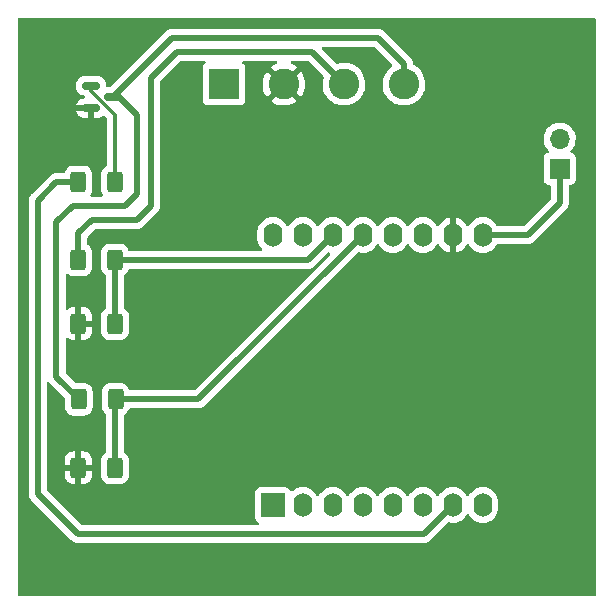
<source format=gtl>
G04 #@! TF.GenerationSoftware,KiCad,Pcbnew,6.0.11+dfsg-1*
G04 #@! TF.CreationDate,2023-05-14T21:59:00-06:00*
G04 #@! TF.ProjectId,dsc-arduino-interface,6473632d-6172-4647-9569-6e6f2d696e74,rev?*
G04 #@! TF.SameCoordinates,Original*
G04 #@! TF.FileFunction,Copper,L1,Top*
G04 #@! TF.FilePolarity,Positive*
%FSLAX46Y46*%
G04 Gerber Fmt 4.6, Leading zero omitted, Abs format (unit mm)*
G04 Created by KiCad (PCBNEW 6.0.11+dfsg-1) date 2023-05-14 21:59:00*
%MOMM*%
%LPD*%
G01*
G04 APERTURE LIST*
G04 Aperture macros list*
%AMRoundRect*
0 Rectangle with rounded corners*
0 $1 Rounding radius*
0 $2 $3 $4 $5 $6 $7 $8 $9 X,Y pos of 4 corners*
0 Add a 4 corners polygon primitive as box body*
4,1,4,$2,$3,$4,$5,$6,$7,$8,$9,$2,$3,0*
0 Add four circle primitives for the rounded corners*
1,1,$1+$1,$2,$3*
1,1,$1+$1,$4,$5*
1,1,$1+$1,$6,$7*
1,1,$1+$1,$8,$9*
0 Add four rect primitives between the rounded corners*
20,1,$1+$1,$2,$3,$4,$5,0*
20,1,$1+$1,$4,$5,$6,$7,0*
20,1,$1+$1,$6,$7,$8,$9,0*
20,1,$1+$1,$8,$9,$2,$3,0*%
G04 Aperture macros list end*
G04 #@! TA.AperFunction,SMDPad,CuDef*
%ADD10RoundRect,0.150000X-0.587500X-0.150000X0.587500X-0.150000X0.587500X0.150000X-0.587500X0.150000X0*%
G04 #@! TD*
G04 #@! TA.AperFunction,SMDPad,CuDef*
%ADD11RoundRect,0.250000X0.400000X0.625000X-0.400000X0.625000X-0.400000X-0.625000X0.400000X-0.625000X0*%
G04 #@! TD*
G04 #@! TA.AperFunction,SMDPad,CuDef*
%ADD12RoundRect,0.250000X-0.400000X-0.625000X0.400000X-0.625000X0.400000X0.625000X-0.400000X0.625000X0*%
G04 #@! TD*
G04 #@! TA.AperFunction,ComponentPad*
%ADD13R,2.000000X2.000000*%
G04 #@! TD*
G04 #@! TA.AperFunction,ComponentPad*
%ADD14O,1.600000X2.000000*%
G04 #@! TD*
G04 #@! TA.AperFunction,ComponentPad*
%ADD15C,2.600000*%
G04 #@! TD*
G04 #@! TA.AperFunction,ComponentPad*
%ADD16R,2.600000X2.600000*%
G04 #@! TD*
G04 #@! TA.AperFunction,ComponentPad*
%ADD17R,1.700000X1.700000*%
G04 #@! TD*
G04 #@! TA.AperFunction,ComponentPad*
%ADD18O,1.700000X1.700000*%
G04 #@! TD*
G04 #@! TA.AperFunction,Conductor*
%ADD19C,0.279400*%
G04 #@! TD*
G04 #@! TA.AperFunction,Conductor*
%ADD20C,0.304800*%
G04 #@! TD*
G04 #@! TA.AperFunction,Conductor*
%ADD21C,0.508000*%
G04 #@! TD*
G04 APERTURE END LIST*
D10*
X86725000Y-55250000D03*
X86725000Y-57150000D03*
X88600000Y-56200000D03*
D11*
X88750000Y-75400000D03*
X85650000Y-75400000D03*
X88750000Y-87600000D03*
X85650000Y-87600000D03*
D12*
X85650000Y-70000000D03*
X88750000Y-70000000D03*
D13*
X102110000Y-90745000D03*
D14*
X104650000Y-90745000D03*
X107190000Y-90745000D03*
X109730000Y-90745000D03*
X112270000Y-90745000D03*
X114810000Y-90745000D03*
X117350000Y-90745000D03*
X119890000Y-90745000D03*
X119890000Y-67885000D03*
X117350000Y-67885000D03*
X114810000Y-67885000D03*
X112270000Y-67885000D03*
X109730000Y-67885000D03*
X107190000Y-67885000D03*
X104650000Y-67885000D03*
X102110000Y-67885000D03*
D15*
X113220000Y-55105000D03*
X108140000Y-55105000D03*
X103060000Y-55105000D03*
D16*
X97980000Y-55105000D03*
D12*
X85700000Y-81800000D03*
X88800000Y-81800000D03*
X85650000Y-63400000D03*
X88750000Y-63400000D03*
D17*
X126400000Y-62275000D03*
D18*
X126400000Y-59735000D03*
D19*
X86725000Y-55734251D02*
X88750000Y-57759251D01*
D20*
X88750000Y-57759251D02*
X88750000Y-63400000D01*
X86725000Y-55250000D02*
X86725000Y-55734251D01*
D21*
X113220000Y-55105000D02*
X113220000Y-53420000D01*
X113220000Y-53420000D02*
X111000000Y-51200000D01*
X111000000Y-51200000D02*
X93600000Y-51200000D01*
X108140000Y-55105000D02*
X105435000Y-52400000D01*
X105435000Y-52400000D02*
X94000000Y-52400000D01*
X94000000Y-52400000D02*
X91800000Y-54600000D01*
X91800000Y-54600000D02*
X91800000Y-65400000D01*
X93600000Y-51200000D02*
X88600000Y-56200000D01*
X91800000Y-65400000D02*
X90600000Y-66600000D01*
X86800000Y-66600000D02*
X85650000Y-67750000D01*
X85650000Y-67750000D02*
X85650000Y-70000000D01*
X90600000Y-66600000D02*
X86800000Y-66600000D01*
X85700000Y-81800000D02*
X83800000Y-79900000D01*
X90600000Y-64400000D02*
X90600000Y-57720000D01*
X83800000Y-79900000D02*
X83800000Y-66800000D01*
X89080000Y-56200000D02*
X88600000Y-56200000D01*
X83800000Y-66800000D02*
X85200000Y-65400000D01*
X85200000Y-65400000D02*
X89600000Y-65400000D01*
X89600000Y-65400000D02*
X90600000Y-64400000D01*
X90600000Y-57720000D02*
X89080000Y-56200000D01*
X88750000Y-70000000D02*
X105075000Y-70000000D01*
X88750000Y-75400000D02*
X88750000Y-70000000D01*
X105075000Y-70000000D02*
X107190000Y-67885000D01*
X83800000Y-63400000D02*
X85650000Y-63400000D01*
X85600000Y-93200000D02*
X82200000Y-89800000D01*
X82200000Y-89800000D02*
X82200000Y-65000000D01*
X114895000Y-93200000D02*
X85600000Y-93200000D01*
X82200000Y-65000000D02*
X83800000Y-63400000D01*
X117350000Y-90745000D02*
X114895000Y-93200000D01*
X88750000Y-87600000D02*
X88750000Y-81850000D01*
X95815000Y-81800000D02*
X109730000Y-67885000D01*
X88800000Y-81800000D02*
X95815000Y-81800000D01*
X88750000Y-81850000D02*
X88800000Y-81800000D01*
X126400000Y-65200000D02*
X123715000Y-67885000D01*
X126400000Y-62275000D02*
X126400000Y-65200000D01*
X123715000Y-67885000D02*
X119890000Y-67885000D01*
G04 #@! TA.AperFunction,Conductor*
G36*
X129433621Y-49528502D02*
G01*
X129480114Y-49582158D01*
X129491500Y-49634500D01*
X129491500Y-98365500D01*
X129471498Y-98433621D01*
X129417842Y-98480114D01*
X129365500Y-98491500D01*
X80634500Y-98491500D01*
X80566379Y-98471498D01*
X80519886Y-98417842D01*
X80508500Y-98365500D01*
X80508500Y-89773208D01*
X81432776Y-89773208D01*
X81433369Y-89780500D01*
X81433369Y-89780503D01*
X81437085Y-89826183D01*
X81437500Y-89836398D01*
X81437500Y-89844525D01*
X81440811Y-89872924D01*
X81441238Y-89877244D01*
X81447191Y-89950426D01*
X81449447Y-89957388D01*
X81450643Y-89963376D01*
X81452051Y-89969333D01*
X81452899Y-89976607D01*
X81455397Y-89983489D01*
X81455398Y-89983493D01*
X81477945Y-90045607D01*
X81479355Y-90049711D01*
X81501987Y-90119575D01*
X81505787Y-90125838D01*
X81508325Y-90131380D01*
X81511067Y-90136856D01*
X81513566Y-90143741D01*
X81517581Y-90149865D01*
X81553815Y-90205132D01*
X81556130Y-90208800D01*
X81594227Y-90271581D01*
X81597941Y-90275786D01*
X81597943Y-90275789D01*
X81601667Y-90280005D01*
X81601638Y-90280031D01*
X81604238Y-90282962D01*
X81607042Y-90286316D01*
X81611054Y-90292435D01*
X81667586Y-90345988D01*
X81670028Y-90348366D01*
X85013190Y-93691528D01*
X85025577Y-93705941D01*
X85038546Y-93723564D01*
X85044129Y-93728307D01*
X85079055Y-93757979D01*
X85086571Y-93764909D01*
X85092315Y-93770653D01*
X85095189Y-93772927D01*
X85095196Y-93772933D01*
X85114711Y-93788372D01*
X85118115Y-93791163D01*
X85168472Y-93833945D01*
X85168476Y-93833948D01*
X85174051Y-93838684D01*
X85180568Y-93842012D01*
X85185632Y-93845389D01*
X85190856Y-93848616D01*
X85196600Y-93853160D01*
X85203231Y-93856259D01*
X85263082Y-93884232D01*
X85267033Y-93886163D01*
X85332404Y-93919543D01*
X85339519Y-93921284D01*
X85345265Y-93923421D01*
X85351048Y-93925345D01*
X85357679Y-93928444D01*
X85429557Y-93943394D01*
X85433829Y-93944361D01*
X85505112Y-93961804D01*
X85510711Y-93962151D01*
X85510715Y-93962152D01*
X85516330Y-93962500D01*
X85516328Y-93962539D01*
X85520229Y-93962772D01*
X85524588Y-93963161D01*
X85531756Y-93964652D01*
X85539073Y-93964454D01*
X85609577Y-93962546D01*
X85612986Y-93962500D01*
X114827624Y-93962500D01*
X114846574Y-93963933D01*
X114860973Y-93966124D01*
X114860979Y-93966124D01*
X114868208Y-93967224D01*
X114875500Y-93966631D01*
X114875503Y-93966631D01*
X114921183Y-93962915D01*
X114931398Y-93962500D01*
X114939525Y-93962500D01*
X114943161Y-93962076D01*
X114943163Y-93962076D01*
X114946615Y-93961673D01*
X114967924Y-93959189D01*
X114972244Y-93958762D01*
X115045426Y-93952809D01*
X115052388Y-93950553D01*
X115058376Y-93949357D01*
X115064333Y-93947949D01*
X115071607Y-93947101D01*
X115078489Y-93944603D01*
X115078493Y-93944602D01*
X115140607Y-93922055D01*
X115144711Y-93920645D01*
X115214575Y-93898013D01*
X115220838Y-93894213D01*
X115226380Y-93891675D01*
X115231856Y-93888933D01*
X115238741Y-93886434D01*
X115300132Y-93846185D01*
X115303800Y-93843870D01*
X115366581Y-93805773D01*
X115370786Y-93802059D01*
X115370789Y-93802057D01*
X115375005Y-93798333D01*
X115375031Y-93798362D01*
X115377962Y-93795762D01*
X115381316Y-93792958D01*
X115387435Y-93788946D01*
X115440989Y-93732413D01*
X115443366Y-93729972D01*
X116922898Y-92250440D01*
X116985210Y-92216414D01*
X117044604Y-92217828D01*
X117077883Y-92226745D01*
X117116599Y-92237119D01*
X117121913Y-92238543D01*
X117350000Y-92258498D01*
X117578087Y-92238543D01*
X117583400Y-92237119D01*
X117583402Y-92237119D01*
X117793933Y-92180707D01*
X117793935Y-92180706D01*
X117799243Y-92179284D01*
X117804225Y-92176961D01*
X118001762Y-92084849D01*
X118001767Y-92084846D01*
X118006749Y-92082523D01*
X118148464Y-91983293D01*
X118189789Y-91954357D01*
X118189792Y-91954355D01*
X118194300Y-91951198D01*
X118356198Y-91789300D01*
X118487523Y-91601749D01*
X118489846Y-91596767D01*
X118489849Y-91596762D01*
X118505805Y-91562543D01*
X118552722Y-91509258D01*
X118620999Y-91489797D01*
X118688959Y-91510339D01*
X118734195Y-91562543D01*
X118750151Y-91596762D01*
X118750154Y-91596767D01*
X118752477Y-91601749D01*
X118883802Y-91789300D01*
X119045700Y-91951198D01*
X119050208Y-91954355D01*
X119050211Y-91954357D01*
X119091536Y-91983293D01*
X119233251Y-92082523D01*
X119238233Y-92084846D01*
X119238238Y-92084849D01*
X119435775Y-92176961D01*
X119440757Y-92179284D01*
X119446065Y-92180706D01*
X119446067Y-92180707D01*
X119656598Y-92237119D01*
X119656600Y-92237119D01*
X119661913Y-92238543D01*
X119890000Y-92258498D01*
X120118087Y-92238543D01*
X120123400Y-92237119D01*
X120123402Y-92237119D01*
X120333933Y-92180707D01*
X120333935Y-92180706D01*
X120339243Y-92179284D01*
X120344225Y-92176961D01*
X120541762Y-92084849D01*
X120541767Y-92084846D01*
X120546749Y-92082523D01*
X120688464Y-91983293D01*
X120729789Y-91954357D01*
X120729792Y-91954355D01*
X120734300Y-91951198D01*
X120896198Y-91789300D01*
X121027523Y-91601749D01*
X121029846Y-91596767D01*
X121029849Y-91596762D01*
X121121961Y-91399225D01*
X121121961Y-91399224D01*
X121124284Y-91394243D01*
X121183543Y-91173087D01*
X121198500Y-91002127D01*
X121198500Y-90487873D01*
X121183543Y-90316913D01*
X121182119Y-90311598D01*
X121125707Y-90101067D01*
X121125706Y-90101065D01*
X121124284Y-90095757D01*
X121068724Y-89976607D01*
X121029849Y-89893238D01*
X121029846Y-89893233D01*
X121027523Y-89888251D01*
X120941903Y-89765973D01*
X120899357Y-89705211D01*
X120899355Y-89705208D01*
X120896198Y-89700700D01*
X120734300Y-89538802D01*
X120729792Y-89535645D01*
X120729789Y-89535643D01*
X120581731Y-89431972D01*
X120546749Y-89407477D01*
X120541767Y-89405154D01*
X120541762Y-89405151D01*
X120344225Y-89313039D01*
X120344224Y-89313039D01*
X120339243Y-89310716D01*
X120333935Y-89309294D01*
X120333933Y-89309293D01*
X120123402Y-89252881D01*
X120123400Y-89252881D01*
X120118087Y-89251457D01*
X119890000Y-89231502D01*
X119661913Y-89251457D01*
X119656600Y-89252881D01*
X119656598Y-89252881D01*
X119446067Y-89309293D01*
X119446065Y-89309294D01*
X119440757Y-89310716D01*
X119435776Y-89313039D01*
X119435775Y-89313039D01*
X119238238Y-89405151D01*
X119238233Y-89405154D01*
X119233251Y-89407477D01*
X119198269Y-89431972D01*
X119050211Y-89535643D01*
X119050208Y-89535645D01*
X119045700Y-89538802D01*
X118883802Y-89700700D01*
X118880645Y-89705208D01*
X118880643Y-89705211D01*
X118838097Y-89765973D01*
X118752477Y-89888251D01*
X118750154Y-89893233D01*
X118750151Y-89893238D01*
X118734195Y-89927457D01*
X118687278Y-89980742D01*
X118619001Y-90000203D01*
X118551041Y-89979661D01*
X118505805Y-89927457D01*
X118489849Y-89893238D01*
X118489846Y-89893233D01*
X118487523Y-89888251D01*
X118401903Y-89765973D01*
X118359357Y-89705211D01*
X118359355Y-89705208D01*
X118356198Y-89700700D01*
X118194300Y-89538802D01*
X118189792Y-89535645D01*
X118189789Y-89535643D01*
X118041731Y-89431972D01*
X118006749Y-89407477D01*
X118001767Y-89405154D01*
X118001762Y-89405151D01*
X117804225Y-89313039D01*
X117804224Y-89313039D01*
X117799243Y-89310716D01*
X117793935Y-89309294D01*
X117793933Y-89309293D01*
X117583402Y-89252881D01*
X117583400Y-89252881D01*
X117578087Y-89251457D01*
X117350000Y-89231502D01*
X117121913Y-89251457D01*
X117116600Y-89252881D01*
X117116598Y-89252881D01*
X116906067Y-89309293D01*
X116906065Y-89309294D01*
X116900757Y-89310716D01*
X116895776Y-89313039D01*
X116895775Y-89313039D01*
X116698238Y-89405151D01*
X116698233Y-89405154D01*
X116693251Y-89407477D01*
X116658269Y-89431972D01*
X116510211Y-89535643D01*
X116510208Y-89535645D01*
X116505700Y-89538802D01*
X116343802Y-89700700D01*
X116340645Y-89705208D01*
X116340643Y-89705211D01*
X116298097Y-89765973D01*
X116212477Y-89888251D01*
X116210154Y-89893233D01*
X116210151Y-89893238D01*
X116194195Y-89927457D01*
X116147278Y-89980742D01*
X116079001Y-90000203D01*
X116011041Y-89979661D01*
X115965805Y-89927457D01*
X115949849Y-89893238D01*
X115949846Y-89893233D01*
X115947523Y-89888251D01*
X115861903Y-89765973D01*
X115819357Y-89705211D01*
X115819355Y-89705208D01*
X115816198Y-89700700D01*
X115654300Y-89538802D01*
X115649792Y-89535645D01*
X115649789Y-89535643D01*
X115501731Y-89431972D01*
X115466749Y-89407477D01*
X115461767Y-89405154D01*
X115461762Y-89405151D01*
X115264225Y-89313039D01*
X115264224Y-89313039D01*
X115259243Y-89310716D01*
X115253935Y-89309294D01*
X115253933Y-89309293D01*
X115043402Y-89252881D01*
X115043400Y-89252881D01*
X115038087Y-89251457D01*
X114810000Y-89231502D01*
X114581913Y-89251457D01*
X114576600Y-89252881D01*
X114576598Y-89252881D01*
X114366067Y-89309293D01*
X114366065Y-89309294D01*
X114360757Y-89310716D01*
X114355776Y-89313039D01*
X114355775Y-89313039D01*
X114158238Y-89405151D01*
X114158233Y-89405154D01*
X114153251Y-89407477D01*
X114118269Y-89431972D01*
X113970211Y-89535643D01*
X113970208Y-89535645D01*
X113965700Y-89538802D01*
X113803802Y-89700700D01*
X113800645Y-89705208D01*
X113800643Y-89705211D01*
X113758097Y-89765973D01*
X113672477Y-89888251D01*
X113670154Y-89893233D01*
X113670151Y-89893238D01*
X113654195Y-89927457D01*
X113607278Y-89980742D01*
X113539001Y-90000203D01*
X113471041Y-89979661D01*
X113425805Y-89927457D01*
X113409849Y-89893238D01*
X113409846Y-89893233D01*
X113407523Y-89888251D01*
X113321903Y-89765973D01*
X113279357Y-89705211D01*
X113279355Y-89705208D01*
X113276198Y-89700700D01*
X113114300Y-89538802D01*
X113109792Y-89535645D01*
X113109789Y-89535643D01*
X112961731Y-89431972D01*
X112926749Y-89407477D01*
X112921767Y-89405154D01*
X112921762Y-89405151D01*
X112724225Y-89313039D01*
X112724224Y-89313039D01*
X112719243Y-89310716D01*
X112713935Y-89309294D01*
X112713933Y-89309293D01*
X112503402Y-89252881D01*
X112503400Y-89252881D01*
X112498087Y-89251457D01*
X112270000Y-89231502D01*
X112041913Y-89251457D01*
X112036600Y-89252881D01*
X112036598Y-89252881D01*
X111826067Y-89309293D01*
X111826065Y-89309294D01*
X111820757Y-89310716D01*
X111815776Y-89313039D01*
X111815775Y-89313039D01*
X111618238Y-89405151D01*
X111618233Y-89405154D01*
X111613251Y-89407477D01*
X111578269Y-89431972D01*
X111430211Y-89535643D01*
X111430208Y-89535645D01*
X111425700Y-89538802D01*
X111263802Y-89700700D01*
X111260645Y-89705208D01*
X111260643Y-89705211D01*
X111218097Y-89765973D01*
X111132477Y-89888251D01*
X111130154Y-89893233D01*
X111130151Y-89893238D01*
X111114195Y-89927457D01*
X111067278Y-89980742D01*
X110999001Y-90000203D01*
X110931041Y-89979661D01*
X110885805Y-89927457D01*
X110869849Y-89893238D01*
X110869846Y-89893233D01*
X110867523Y-89888251D01*
X110781903Y-89765973D01*
X110739357Y-89705211D01*
X110739355Y-89705208D01*
X110736198Y-89700700D01*
X110574300Y-89538802D01*
X110569792Y-89535645D01*
X110569789Y-89535643D01*
X110421731Y-89431972D01*
X110386749Y-89407477D01*
X110381767Y-89405154D01*
X110381762Y-89405151D01*
X110184225Y-89313039D01*
X110184224Y-89313039D01*
X110179243Y-89310716D01*
X110173935Y-89309294D01*
X110173933Y-89309293D01*
X109963402Y-89252881D01*
X109963400Y-89252881D01*
X109958087Y-89251457D01*
X109730000Y-89231502D01*
X109501913Y-89251457D01*
X109496600Y-89252881D01*
X109496598Y-89252881D01*
X109286067Y-89309293D01*
X109286065Y-89309294D01*
X109280757Y-89310716D01*
X109275776Y-89313039D01*
X109275775Y-89313039D01*
X109078238Y-89405151D01*
X109078233Y-89405154D01*
X109073251Y-89407477D01*
X109038269Y-89431972D01*
X108890211Y-89535643D01*
X108890208Y-89535645D01*
X108885700Y-89538802D01*
X108723802Y-89700700D01*
X108720645Y-89705208D01*
X108720643Y-89705211D01*
X108678097Y-89765973D01*
X108592477Y-89888251D01*
X108590154Y-89893233D01*
X108590151Y-89893238D01*
X108574195Y-89927457D01*
X108527278Y-89980742D01*
X108459001Y-90000203D01*
X108391041Y-89979661D01*
X108345805Y-89927457D01*
X108329849Y-89893238D01*
X108329846Y-89893233D01*
X108327523Y-89888251D01*
X108241903Y-89765973D01*
X108199357Y-89705211D01*
X108199355Y-89705208D01*
X108196198Y-89700700D01*
X108034300Y-89538802D01*
X108029792Y-89535645D01*
X108029789Y-89535643D01*
X107881731Y-89431972D01*
X107846749Y-89407477D01*
X107841767Y-89405154D01*
X107841762Y-89405151D01*
X107644225Y-89313039D01*
X107644224Y-89313039D01*
X107639243Y-89310716D01*
X107633935Y-89309294D01*
X107633933Y-89309293D01*
X107423402Y-89252881D01*
X107423400Y-89252881D01*
X107418087Y-89251457D01*
X107190000Y-89231502D01*
X106961913Y-89251457D01*
X106956600Y-89252881D01*
X106956598Y-89252881D01*
X106746067Y-89309293D01*
X106746065Y-89309294D01*
X106740757Y-89310716D01*
X106735776Y-89313039D01*
X106735775Y-89313039D01*
X106538238Y-89405151D01*
X106538233Y-89405154D01*
X106533251Y-89407477D01*
X106498269Y-89431972D01*
X106350211Y-89535643D01*
X106350208Y-89535645D01*
X106345700Y-89538802D01*
X106183802Y-89700700D01*
X106180645Y-89705208D01*
X106180643Y-89705211D01*
X106138097Y-89765973D01*
X106052477Y-89888251D01*
X106050154Y-89893233D01*
X106050151Y-89893238D01*
X106034195Y-89927457D01*
X105987278Y-89980742D01*
X105919001Y-90000203D01*
X105851041Y-89979661D01*
X105805805Y-89927457D01*
X105789849Y-89893238D01*
X105789846Y-89893233D01*
X105787523Y-89888251D01*
X105701903Y-89765973D01*
X105659357Y-89705211D01*
X105659355Y-89705208D01*
X105656198Y-89700700D01*
X105494300Y-89538802D01*
X105489792Y-89535645D01*
X105489789Y-89535643D01*
X105341731Y-89431972D01*
X105306749Y-89407477D01*
X105301767Y-89405154D01*
X105301762Y-89405151D01*
X105104225Y-89313039D01*
X105104224Y-89313039D01*
X105099243Y-89310716D01*
X105093935Y-89309294D01*
X105093933Y-89309293D01*
X104883402Y-89252881D01*
X104883400Y-89252881D01*
X104878087Y-89251457D01*
X104650000Y-89231502D01*
X104421913Y-89251457D01*
X104416600Y-89252881D01*
X104416598Y-89252881D01*
X104206067Y-89309293D01*
X104206065Y-89309294D01*
X104200757Y-89310716D01*
X104195776Y-89313039D01*
X104195775Y-89313039D01*
X103998238Y-89405151D01*
X103998233Y-89405154D01*
X103993251Y-89407477D01*
X103958269Y-89431972D01*
X103810211Y-89535643D01*
X103810208Y-89535645D01*
X103805700Y-89538802D01*
X103776867Y-89567635D01*
X103714555Y-89601661D01*
X103643740Y-89596596D01*
X103586904Y-89554049D01*
X103569790Y-89522768D01*
X103563769Y-89506707D01*
X103563767Y-89506703D01*
X103560615Y-89498295D01*
X103473261Y-89381739D01*
X103356705Y-89294385D01*
X103220316Y-89243255D01*
X103158134Y-89236500D01*
X101061866Y-89236500D01*
X100999684Y-89243255D01*
X100863295Y-89294385D01*
X100746739Y-89381739D01*
X100659385Y-89498295D01*
X100608255Y-89634684D01*
X100601500Y-89696866D01*
X100601500Y-91793134D01*
X100608255Y-91855316D01*
X100659385Y-91991705D01*
X100746739Y-92108261D01*
X100753919Y-92113642D01*
X100855527Y-92189793D01*
X100863295Y-92195615D01*
X100871703Y-92198767D01*
X100875745Y-92200980D01*
X100925890Y-92251239D01*
X100940904Y-92320630D01*
X100916018Y-92387122D01*
X100859135Y-92429605D01*
X100815235Y-92437500D01*
X85968027Y-92437500D01*
X85899906Y-92417498D01*
X85878932Y-92400595D01*
X82999405Y-89521067D01*
X82965379Y-89458755D01*
X82962500Y-89431972D01*
X82962500Y-88272095D01*
X84492001Y-88272095D01*
X84492338Y-88278614D01*
X84502257Y-88374206D01*
X84505149Y-88387600D01*
X84556588Y-88541784D01*
X84562761Y-88554962D01*
X84648063Y-88692807D01*
X84657099Y-88704208D01*
X84771829Y-88818739D01*
X84783240Y-88827751D01*
X84921243Y-88912816D01*
X84934424Y-88918963D01*
X85088710Y-88970138D01*
X85102086Y-88973005D01*
X85196438Y-88982672D01*
X85202854Y-88983000D01*
X85377885Y-88983000D01*
X85393124Y-88978525D01*
X85394329Y-88977135D01*
X85396000Y-88969452D01*
X85396000Y-88964884D01*
X85904000Y-88964884D01*
X85908475Y-88980123D01*
X85909865Y-88981328D01*
X85917548Y-88982999D01*
X86097095Y-88982999D01*
X86103614Y-88982662D01*
X86199206Y-88972743D01*
X86212600Y-88969851D01*
X86366784Y-88918412D01*
X86379962Y-88912239D01*
X86517807Y-88826937D01*
X86529208Y-88817901D01*
X86643739Y-88703171D01*
X86652751Y-88691760D01*
X86737816Y-88553757D01*
X86743963Y-88540576D01*
X86795138Y-88386290D01*
X86798005Y-88372914D01*
X86807672Y-88278562D01*
X86807834Y-88275400D01*
X87591500Y-88275400D01*
X87591837Y-88278646D01*
X87591837Y-88278650D01*
X87601752Y-88374206D01*
X87602474Y-88381166D01*
X87658450Y-88548946D01*
X87751522Y-88699348D01*
X87876697Y-88824305D01*
X87882927Y-88828145D01*
X87882928Y-88828146D01*
X88020288Y-88912816D01*
X88027262Y-88917115D01*
X88107005Y-88943564D01*
X88188611Y-88970632D01*
X88188613Y-88970632D01*
X88195139Y-88972797D01*
X88201975Y-88973497D01*
X88201978Y-88973498D01*
X88245031Y-88977909D01*
X88299600Y-88983500D01*
X89200400Y-88983500D01*
X89203646Y-88983163D01*
X89203650Y-88983163D01*
X89299308Y-88973238D01*
X89299312Y-88973237D01*
X89306166Y-88972526D01*
X89312702Y-88970345D01*
X89312704Y-88970345D01*
X89444806Y-88926272D01*
X89473946Y-88916550D01*
X89624348Y-88823478D01*
X89749305Y-88698303D01*
X89842115Y-88547738D01*
X89897797Y-88379861D01*
X89908500Y-88275400D01*
X89908500Y-86924600D01*
X89908163Y-86921350D01*
X89898238Y-86825692D01*
X89898237Y-86825688D01*
X89897526Y-86818834D01*
X89841550Y-86651054D01*
X89748478Y-86500652D01*
X89623303Y-86375695D01*
X89572384Y-86344308D01*
X89524891Y-86291536D01*
X89512500Y-86237048D01*
X89512500Y-83193835D01*
X89532502Y-83125714D01*
X89572197Y-83086691D01*
X89586832Y-83077635D01*
X89674348Y-83023478D01*
X89799305Y-82898303D01*
X89892115Y-82747738D01*
X89924920Y-82648833D01*
X89965350Y-82590473D01*
X90030914Y-82563236D01*
X90044513Y-82562500D01*
X95747624Y-82562500D01*
X95766574Y-82563933D01*
X95780973Y-82566124D01*
X95780979Y-82566124D01*
X95788208Y-82567224D01*
X95795500Y-82566631D01*
X95795503Y-82566631D01*
X95841183Y-82562915D01*
X95851398Y-82562500D01*
X95859525Y-82562500D01*
X95863161Y-82562076D01*
X95863163Y-82562076D01*
X95866615Y-82561673D01*
X95887924Y-82559189D01*
X95892244Y-82558762D01*
X95965426Y-82552809D01*
X95972388Y-82550553D01*
X95978376Y-82549357D01*
X95984333Y-82547949D01*
X95991607Y-82547101D01*
X95998489Y-82544603D01*
X95998493Y-82544602D01*
X96060607Y-82522055D01*
X96064711Y-82520645D01*
X96134575Y-82498013D01*
X96140838Y-82494213D01*
X96146380Y-82491675D01*
X96151856Y-82488933D01*
X96158741Y-82486434D01*
X96180478Y-82472183D01*
X96220132Y-82446185D01*
X96223800Y-82443870D01*
X96286581Y-82405773D01*
X96290786Y-82402059D01*
X96290789Y-82402057D01*
X96295005Y-82398333D01*
X96295031Y-82398362D01*
X96297962Y-82395762D01*
X96301316Y-82392958D01*
X96307435Y-82388946D01*
X96360989Y-82332413D01*
X96363366Y-82329972D01*
X109302898Y-69390440D01*
X109365210Y-69356414D01*
X109424604Y-69357828D01*
X109455319Y-69366058D01*
X109496599Y-69377119D01*
X109501913Y-69378543D01*
X109730000Y-69398498D01*
X109958087Y-69378543D01*
X109963400Y-69377119D01*
X109963402Y-69377119D01*
X110173933Y-69320707D01*
X110173935Y-69320706D01*
X110179243Y-69319284D01*
X110185235Y-69316490D01*
X110381762Y-69224849D01*
X110381767Y-69224846D01*
X110386749Y-69222523D01*
X110491611Y-69149098D01*
X110569789Y-69094357D01*
X110569792Y-69094355D01*
X110574300Y-69091198D01*
X110736198Y-68929300D01*
X110867523Y-68741749D01*
X110869846Y-68736767D01*
X110869849Y-68736762D01*
X110885805Y-68702543D01*
X110932722Y-68649258D01*
X111000999Y-68629797D01*
X111068959Y-68650339D01*
X111114195Y-68702543D01*
X111130151Y-68736762D01*
X111130154Y-68736767D01*
X111132477Y-68741749D01*
X111263802Y-68929300D01*
X111425700Y-69091198D01*
X111430208Y-69094355D01*
X111430211Y-69094357D01*
X111508389Y-69149098D01*
X111613251Y-69222523D01*
X111618233Y-69224846D01*
X111618238Y-69224849D01*
X111814765Y-69316490D01*
X111820757Y-69319284D01*
X111826065Y-69320706D01*
X111826067Y-69320707D01*
X112036598Y-69377119D01*
X112036600Y-69377119D01*
X112041913Y-69378543D01*
X112270000Y-69398498D01*
X112498087Y-69378543D01*
X112503400Y-69377119D01*
X112503402Y-69377119D01*
X112713933Y-69320707D01*
X112713935Y-69320706D01*
X112719243Y-69319284D01*
X112725235Y-69316490D01*
X112921762Y-69224849D01*
X112921767Y-69224846D01*
X112926749Y-69222523D01*
X113031611Y-69149098D01*
X113109789Y-69094357D01*
X113109792Y-69094355D01*
X113114300Y-69091198D01*
X113276198Y-68929300D01*
X113407523Y-68741749D01*
X113409846Y-68736767D01*
X113409849Y-68736762D01*
X113425805Y-68702543D01*
X113472722Y-68649258D01*
X113540999Y-68629797D01*
X113608959Y-68650339D01*
X113654195Y-68702543D01*
X113670151Y-68736762D01*
X113670154Y-68736767D01*
X113672477Y-68741749D01*
X113803802Y-68929300D01*
X113965700Y-69091198D01*
X113970208Y-69094355D01*
X113970211Y-69094357D01*
X114048389Y-69149098D01*
X114153251Y-69222523D01*
X114158233Y-69224846D01*
X114158238Y-69224849D01*
X114354765Y-69316490D01*
X114360757Y-69319284D01*
X114366065Y-69320706D01*
X114366067Y-69320707D01*
X114576598Y-69377119D01*
X114576600Y-69377119D01*
X114581913Y-69378543D01*
X114810000Y-69398498D01*
X115038087Y-69378543D01*
X115043400Y-69377119D01*
X115043402Y-69377119D01*
X115253933Y-69320707D01*
X115253935Y-69320706D01*
X115259243Y-69319284D01*
X115265235Y-69316490D01*
X115461762Y-69224849D01*
X115461767Y-69224846D01*
X115466749Y-69222523D01*
X115571611Y-69149098D01*
X115649789Y-69094357D01*
X115649792Y-69094355D01*
X115654300Y-69091198D01*
X115816198Y-68929300D01*
X115947523Y-68741749D01*
X115949846Y-68736767D01*
X115949849Y-68736762D01*
X115966081Y-68701951D01*
X116012998Y-68648666D01*
X116081275Y-68629205D01*
X116149235Y-68649747D01*
X116194471Y-68701951D01*
X116210586Y-68736511D01*
X116216069Y-68746007D01*
X116341028Y-68924467D01*
X116348084Y-68932875D01*
X116502125Y-69086916D01*
X116510533Y-69093972D01*
X116688993Y-69218931D01*
X116698489Y-69224414D01*
X116895947Y-69316490D01*
X116906239Y-69320236D01*
X117078503Y-69366394D01*
X117092599Y-69366058D01*
X117096000Y-69358116D01*
X117096000Y-69352967D01*
X117604000Y-69352967D01*
X117607973Y-69366498D01*
X117616522Y-69367727D01*
X117793761Y-69320236D01*
X117804053Y-69316490D01*
X118001511Y-69224414D01*
X118011007Y-69218931D01*
X118189467Y-69093972D01*
X118197875Y-69086916D01*
X118351916Y-68932875D01*
X118358972Y-68924467D01*
X118483931Y-68746007D01*
X118489414Y-68736511D01*
X118505529Y-68701951D01*
X118552446Y-68648666D01*
X118620723Y-68629205D01*
X118688683Y-68649747D01*
X118733919Y-68701951D01*
X118750151Y-68736762D01*
X118750154Y-68736767D01*
X118752477Y-68741749D01*
X118883802Y-68929300D01*
X119045700Y-69091198D01*
X119050208Y-69094355D01*
X119050211Y-69094357D01*
X119128389Y-69149098D01*
X119233251Y-69222523D01*
X119238233Y-69224846D01*
X119238238Y-69224849D01*
X119434765Y-69316490D01*
X119440757Y-69319284D01*
X119446065Y-69320706D01*
X119446067Y-69320707D01*
X119656598Y-69377119D01*
X119656600Y-69377119D01*
X119661913Y-69378543D01*
X119890000Y-69398498D01*
X120118087Y-69378543D01*
X120123400Y-69377119D01*
X120123402Y-69377119D01*
X120333933Y-69320707D01*
X120333935Y-69320706D01*
X120339243Y-69319284D01*
X120345235Y-69316490D01*
X120541762Y-69224849D01*
X120541767Y-69224846D01*
X120546749Y-69222523D01*
X120651611Y-69149098D01*
X120729789Y-69094357D01*
X120729792Y-69094355D01*
X120734300Y-69091198D01*
X120896198Y-68929300D01*
X121027523Y-68741749D01*
X121029848Y-68736764D01*
X121029851Y-68736758D01*
X121037548Y-68720251D01*
X121084465Y-68666965D01*
X121151743Y-68647500D01*
X123647624Y-68647500D01*
X123666574Y-68648933D01*
X123680973Y-68651124D01*
X123680979Y-68651124D01*
X123688208Y-68652224D01*
X123695500Y-68651631D01*
X123695503Y-68651631D01*
X123741183Y-68647915D01*
X123751398Y-68647500D01*
X123759525Y-68647500D01*
X123763161Y-68647076D01*
X123763163Y-68647076D01*
X123766615Y-68646673D01*
X123787924Y-68644189D01*
X123792244Y-68643762D01*
X123865426Y-68637809D01*
X123872388Y-68635553D01*
X123878376Y-68634357D01*
X123884333Y-68632949D01*
X123891607Y-68632101D01*
X123898489Y-68629603D01*
X123898493Y-68629602D01*
X123960607Y-68607055D01*
X123964711Y-68605645D01*
X124034575Y-68583013D01*
X124040838Y-68579213D01*
X124046380Y-68576675D01*
X124051856Y-68573933D01*
X124058741Y-68571434D01*
X124120132Y-68531185D01*
X124123800Y-68528870D01*
X124186581Y-68490773D01*
X124190786Y-68487059D01*
X124190789Y-68487057D01*
X124195005Y-68483333D01*
X124195031Y-68483362D01*
X124197962Y-68480762D01*
X124201316Y-68477958D01*
X124207435Y-68473946D01*
X124260989Y-68417413D01*
X124263366Y-68414972D01*
X126891528Y-65786810D01*
X126905941Y-65774423D01*
X126917665Y-65765795D01*
X126923564Y-65761454D01*
X126957979Y-65720945D01*
X126964909Y-65713429D01*
X126970653Y-65707685D01*
X126972927Y-65704811D01*
X126972933Y-65704804D01*
X126988372Y-65685289D01*
X126991163Y-65681885D01*
X127033945Y-65631528D01*
X127033948Y-65631524D01*
X127038684Y-65625949D01*
X127042011Y-65619434D01*
X127045392Y-65614364D01*
X127048617Y-65609142D01*
X127053160Y-65603400D01*
X127084246Y-65536888D01*
X127086152Y-65532988D01*
X127119543Y-65467596D01*
X127121284Y-65460479D01*
X127123411Y-65454761D01*
X127125342Y-65448955D01*
X127128443Y-65442321D01*
X127143391Y-65370461D01*
X127144359Y-65366181D01*
X127160469Y-65300343D01*
X127161804Y-65294888D01*
X127162500Y-65283670D01*
X127162539Y-65283672D01*
X127162772Y-65279771D01*
X127163161Y-65275412D01*
X127164652Y-65268244D01*
X127162546Y-65190424D01*
X127162500Y-65187015D01*
X127162500Y-63759500D01*
X127182502Y-63691379D01*
X127236158Y-63644886D01*
X127288500Y-63633500D01*
X127298134Y-63633500D01*
X127360316Y-63626745D01*
X127496705Y-63575615D01*
X127613261Y-63488261D01*
X127700615Y-63371705D01*
X127751745Y-63235316D01*
X127758500Y-63173134D01*
X127758500Y-61376866D01*
X127751745Y-61314684D01*
X127700615Y-61178295D01*
X127613261Y-61061739D01*
X127496705Y-60974385D01*
X127484132Y-60969672D01*
X127378203Y-60929960D01*
X127321439Y-60887318D01*
X127296739Y-60820756D01*
X127311947Y-60751408D01*
X127333493Y-60722727D01*
X127434435Y-60622137D01*
X127438096Y-60618489D01*
X127497594Y-60535689D01*
X127565435Y-60441277D01*
X127568453Y-60437077D01*
X127667430Y-60236811D01*
X127732370Y-60023069D01*
X127761529Y-59801590D01*
X127763156Y-59735000D01*
X127744852Y-59512361D01*
X127690431Y-59295702D01*
X127601354Y-59090840D01*
X127480014Y-58903277D01*
X127329670Y-58738051D01*
X127325619Y-58734852D01*
X127325615Y-58734848D01*
X127158414Y-58602800D01*
X127158410Y-58602798D01*
X127154359Y-58599598D01*
X126958789Y-58491638D01*
X126953920Y-58489914D01*
X126953916Y-58489912D01*
X126753087Y-58418795D01*
X126753083Y-58418794D01*
X126748212Y-58417069D01*
X126743119Y-58416162D01*
X126743116Y-58416161D01*
X126533373Y-58378800D01*
X126533367Y-58378799D01*
X126528284Y-58377894D01*
X126454452Y-58376992D01*
X126310081Y-58375228D01*
X126310079Y-58375228D01*
X126304911Y-58375165D01*
X126084091Y-58408955D01*
X125871756Y-58478357D01*
X125673607Y-58581507D01*
X125669474Y-58584610D01*
X125669471Y-58584612D01*
X125645247Y-58602800D01*
X125494965Y-58715635D01*
X125340629Y-58877138D01*
X125214743Y-59061680D01*
X125120688Y-59264305D01*
X125060989Y-59479570D01*
X125037251Y-59701695D01*
X125037548Y-59706848D01*
X125037548Y-59706851D01*
X125043011Y-59801590D01*
X125050110Y-59924715D01*
X125051247Y-59929761D01*
X125051248Y-59929767D01*
X125071119Y-60017939D01*
X125099222Y-60142639D01*
X125183266Y-60349616D01*
X125299987Y-60540088D01*
X125446250Y-60708938D01*
X125450230Y-60712242D01*
X125454981Y-60716187D01*
X125494616Y-60775090D01*
X125496113Y-60846071D01*
X125458997Y-60906593D01*
X125418724Y-60931112D01*
X125303295Y-60974385D01*
X125186739Y-61061739D01*
X125099385Y-61178295D01*
X125048255Y-61314684D01*
X125041500Y-61376866D01*
X125041500Y-63173134D01*
X125048255Y-63235316D01*
X125099385Y-63371705D01*
X125186739Y-63488261D01*
X125303295Y-63575615D01*
X125439684Y-63626745D01*
X125501866Y-63633500D01*
X125511500Y-63633500D01*
X125579621Y-63653502D01*
X125626114Y-63707158D01*
X125637500Y-63759500D01*
X125637500Y-64831972D01*
X125617498Y-64900093D01*
X125600595Y-64921067D01*
X123436067Y-67085595D01*
X123373755Y-67119621D01*
X123346972Y-67122500D01*
X121151743Y-67122500D01*
X121083622Y-67102498D01*
X121037548Y-67049749D01*
X121029851Y-67033242D01*
X121029848Y-67033236D01*
X121027523Y-67028251D01*
X120896198Y-66840700D01*
X120734300Y-66678802D01*
X120729792Y-66675645D01*
X120729789Y-66675643D01*
X120651611Y-66620902D01*
X120546749Y-66547477D01*
X120541767Y-66545154D01*
X120541762Y-66545151D01*
X120344225Y-66453039D01*
X120344224Y-66453039D01*
X120339243Y-66450716D01*
X120333935Y-66449294D01*
X120333933Y-66449293D01*
X120123402Y-66392881D01*
X120123400Y-66392881D01*
X120118087Y-66391457D01*
X119890000Y-66371502D01*
X119661913Y-66391457D01*
X119656600Y-66392881D01*
X119656598Y-66392881D01*
X119446067Y-66449293D01*
X119446065Y-66449294D01*
X119440757Y-66450716D01*
X119435776Y-66453039D01*
X119435775Y-66453039D01*
X119238238Y-66545151D01*
X119238233Y-66545154D01*
X119233251Y-66547477D01*
X119128389Y-66620902D01*
X119050211Y-66675643D01*
X119050208Y-66675645D01*
X119045700Y-66678802D01*
X118883802Y-66840700D01*
X118752477Y-67028251D01*
X118750154Y-67033233D01*
X118750151Y-67033238D01*
X118733919Y-67068049D01*
X118687002Y-67121334D01*
X118618725Y-67140795D01*
X118550765Y-67120253D01*
X118505529Y-67068049D01*
X118489414Y-67033489D01*
X118483931Y-67023993D01*
X118358972Y-66845533D01*
X118351916Y-66837125D01*
X118197875Y-66683084D01*
X118189467Y-66676028D01*
X118011007Y-66551069D01*
X118001511Y-66545586D01*
X117804053Y-66453510D01*
X117793761Y-66449764D01*
X117621497Y-66403606D01*
X117607401Y-66403942D01*
X117604000Y-66411884D01*
X117604000Y-69352967D01*
X117096000Y-69352967D01*
X117096000Y-66417033D01*
X117092027Y-66403502D01*
X117083478Y-66402273D01*
X116906239Y-66449764D01*
X116895947Y-66453510D01*
X116698489Y-66545586D01*
X116688993Y-66551069D01*
X116510533Y-66676028D01*
X116502125Y-66683084D01*
X116348084Y-66837125D01*
X116341028Y-66845533D01*
X116216069Y-67023993D01*
X116210586Y-67033489D01*
X116194471Y-67068049D01*
X116147554Y-67121334D01*
X116079277Y-67140795D01*
X116011317Y-67120253D01*
X115966081Y-67068049D01*
X115949849Y-67033238D01*
X115949846Y-67033233D01*
X115947523Y-67028251D01*
X115816198Y-66840700D01*
X115654300Y-66678802D01*
X115649792Y-66675645D01*
X115649789Y-66675643D01*
X115571611Y-66620902D01*
X115466749Y-66547477D01*
X115461767Y-66545154D01*
X115461762Y-66545151D01*
X115264225Y-66453039D01*
X115264224Y-66453039D01*
X115259243Y-66450716D01*
X115253935Y-66449294D01*
X115253933Y-66449293D01*
X115043402Y-66392881D01*
X115043400Y-66392881D01*
X115038087Y-66391457D01*
X114810000Y-66371502D01*
X114581913Y-66391457D01*
X114576600Y-66392881D01*
X114576598Y-66392881D01*
X114366067Y-66449293D01*
X114366065Y-66449294D01*
X114360757Y-66450716D01*
X114355776Y-66453039D01*
X114355775Y-66453039D01*
X114158238Y-66545151D01*
X114158233Y-66545154D01*
X114153251Y-66547477D01*
X114048389Y-66620902D01*
X113970211Y-66675643D01*
X113970208Y-66675645D01*
X113965700Y-66678802D01*
X113803802Y-66840700D01*
X113672477Y-67028251D01*
X113670154Y-67033233D01*
X113670151Y-67033238D01*
X113654195Y-67067457D01*
X113607278Y-67120742D01*
X113539001Y-67140203D01*
X113471041Y-67119661D01*
X113425805Y-67067457D01*
X113409849Y-67033238D01*
X113409846Y-67033233D01*
X113407523Y-67028251D01*
X113276198Y-66840700D01*
X113114300Y-66678802D01*
X113109792Y-66675645D01*
X113109789Y-66675643D01*
X113031611Y-66620902D01*
X112926749Y-66547477D01*
X112921767Y-66545154D01*
X112921762Y-66545151D01*
X112724225Y-66453039D01*
X112724224Y-66453039D01*
X112719243Y-66450716D01*
X112713935Y-66449294D01*
X112713933Y-66449293D01*
X112503402Y-66392881D01*
X112503400Y-66392881D01*
X112498087Y-66391457D01*
X112270000Y-66371502D01*
X112041913Y-66391457D01*
X112036600Y-66392881D01*
X112036598Y-66392881D01*
X111826067Y-66449293D01*
X111826065Y-66449294D01*
X111820757Y-66450716D01*
X111815776Y-66453039D01*
X111815775Y-66453039D01*
X111618238Y-66545151D01*
X111618233Y-66545154D01*
X111613251Y-66547477D01*
X111508389Y-66620902D01*
X111430211Y-66675643D01*
X111430208Y-66675645D01*
X111425700Y-66678802D01*
X111263802Y-66840700D01*
X111132477Y-67028251D01*
X111130154Y-67033233D01*
X111130151Y-67033238D01*
X111114195Y-67067457D01*
X111067278Y-67120742D01*
X110999001Y-67140203D01*
X110931041Y-67119661D01*
X110885805Y-67067457D01*
X110869849Y-67033238D01*
X110869846Y-67033233D01*
X110867523Y-67028251D01*
X110736198Y-66840700D01*
X110574300Y-66678802D01*
X110569792Y-66675645D01*
X110569789Y-66675643D01*
X110491611Y-66620902D01*
X110386749Y-66547477D01*
X110381767Y-66545154D01*
X110381762Y-66545151D01*
X110184225Y-66453039D01*
X110184224Y-66453039D01*
X110179243Y-66450716D01*
X110173935Y-66449294D01*
X110173933Y-66449293D01*
X109963402Y-66392881D01*
X109963400Y-66392881D01*
X109958087Y-66391457D01*
X109730000Y-66371502D01*
X109501913Y-66391457D01*
X109496600Y-66392881D01*
X109496598Y-66392881D01*
X109286067Y-66449293D01*
X109286065Y-66449294D01*
X109280757Y-66450716D01*
X109275776Y-66453039D01*
X109275775Y-66453039D01*
X109078238Y-66545151D01*
X109078233Y-66545154D01*
X109073251Y-66547477D01*
X108968389Y-66620902D01*
X108890211Y-66675643D01*
X108890208Y-66675645D01*
X108885700Y-66678802D01*
X108723802Y-66840700D01*
X108592477Y-67028251D01*
X108590154Y-67033233D01*
X108590151Y-67033238D01*
X108574195Y-67067457D01*
X108527278Y-67120742D01*
X108459001Y-67140203D01*
X108391041Y-67119661D01*
X108345805Y-67067457D01*
X108329849Y-67033238D01*
X108329846Y-67033233D01*
X108327523Y-67028251D01*
X108196198Y-66840700D01*
X108034300Y-66678802D01*
X108029792Y-66675645D01*
X108029789Y-66675643D01*
X107951611Y-66620902D01*
X107846749Y-66547477D01*
X107841767Y-66545154D01*
X107841762Y-66545151D01*
X107644225Y-66453039D01*
X107644224Y-66453039D01*
X107639243Y-66450716D01*
X107633935Y-66449294D01*
X107633933Y-66449293D01*
X107423402Y-66392881D01*
X107423400Y-66392881D01*
X107418087Y-66391457D01*
X107190000Y-66371502D01*
X106961913Y-66391457D01*
X106956600Y-66392881D01*
X106956598Y-66392881D01*
X106746067Y-66449293D01*
X106746065Y-66449294D01*
X106740757Y-66450716D01*
X106735776Y-66453039D01*
X106735775Y-66453039D01*
X106538238Y-66545151D01*
X106538233Y-66545154D01*
X106533251Y-66547477D01*
X106428389Y-66620902D01*
X106350211Y-66675643D01*
X106350208Y-66675645D01*
X106345700Y-66678802D01*
X106183802Y-66840700D01*
X106052477Y-67028251D01*
X106050154Y-67033233D01*
X106050151Y-67033238D01*
X106034195Y-67067457D01*
X105987278Y-67120742D01*
X105919001Y-67140203D01*
X105851041Y-67119661D01*
X105805805Y-67067457D01*
X105789849Y-67033238D01*
X105789846Y-67033233D01*
X105787523Y-67028251D01*
X105656198Y-66840700D01*
X105494300Y-66678802D01*
X105489792Y-66675645D01*
X105489789Y-66675643D01*
X105411611Y-66620902D01*
X105306749Y-66547477D01*
X105301767Y-66545154D01*
X105301762Y-66545151D01*
X105104225Y-66453039D01*
X105104224Y-66453039D01*
X105099243Y-66450716D01*
X105093935Y-66449294D01*
X105093933Y-66449293D01*
X104883402Y-66392881D01*
X104883400Y-66392881D01*
X104878087Y-66391457D01*
X104650000Y-66371502D01*
X104421913Y-66391457D01*
X104416600Y-66392881D01*
X104416598Y-66392881D01*
X104206067Y-66449293D01*
X104206065Y-66449294D01*
X104200757Y-66450716D01*
X104195776Y-66453039D01*
X104195775Y-66453039D01*
X103998238Y-66545151D01*
X103998233Y-66545154D01*
X103993251Y-66547477D01*
X103888389Y-66620902D01*
X103810211Y-66675643D01*
X103810208Y-66675645D01*
X103805700Y-66678802D01*
X103643802Y-66840700D01*
X103512477Y-67028251D01*
X103510154Y-67033233D01*
X103510151Y-67033238D01*
X103494195Y-67067457D01*
X103447278Y-67120742D01*
X103379001Y-67140203D01*
X103311041Y-67119661D01*
X103265805Y-67067457D01*
X103249849Y-67033238D01*
X103249846Y-67033233D01*
X103247523Y-67028251D01*
X103116198Y-66840700D01*
X102954300Y-66678802D01*
X102949792Y-66675645D01*
X102949789Y-66675643D01*
X102871611Y-66620902D01*
X102766749Y-66547477D01*
X102761767Y-66545154D01*
X102761762Y-66545151D01*
X102564225Y-66453039D01*
X102564224Y-66453039D01*
X102559243Y-66450716D01*
X102553935Y-66449294D01*
X102553933Y-66449293D01*
X102343402Y-66392881D01*
X102343400Y-66392881D01*
X102338087Y-66391457D01*
X102110000Y-66371502D01*
X101881913Y-66391457D01*
X101876600Y-66392881D01*
X101876598Y-66392881D01*
X101666067Y-66449293D01*
X101666065Y-66449294D01*
X101660757Y-66450716D01*
X101655776Y-66453039D01*
X101655775Y-66453039D01*
X101458238Y-66545151D01*
X101458233Y-66545154D01*
X101453251Y-66547477D01*
X101348389Y-66620902D01*
X101270211Y-66675643D01*
X101270208Y-66675645D01*
X101265700Y-66678802D01*
X101103802Y-66840700D01*
X100972477Y-67028251D01*
X100970154Y-67033233D01*
X100970151Y-67033238D01*
X100878841Y-67229055D01*
X100875716Y-67235757D01*
X100874294Y-67241065D01*
X100874293Y-67241067D01*
X100827666Y-67415081D01*
X100816457Y-67456913D01*
X100814227Y-67482404D01*
X100805353Y-67583838D01*
X100801500Y-67627873D01*
X100801500Y-68142127D01*
X100816457Y-68313087D01*
X100817881Y-68318400D01*
X100817881Y-68318402D01*
X100862075Y-68483333D01*
X100875716Y-68534243D01*
X100878039Y-68539224D01*
X100878039Y-68539225D01*
X100970151Y-68736762D01*
X100970154Y-68736767D01*
X100972477Y-68741749D01*
X101103802Y-68929300D01*
X101196907Y-69022405D01*
X101230933Y-69084717D01*
X101225868Y-69155532D01*
X101183321Y-69212368D01*
X101116801Y-69237179D01*
X101107812Y-69237500D01*
X89994544Y-69237500D01*
X89926423Y-69217498D01*
X89879930Y-69163842D01*
X89875020Y-69151376D01*
X89853515Y-69086916D01*
X89841550Y-69051054D01*
X89748478Y-68900652D01*
X89623303Y-68775695D01*
X89575546Y-68746257D01*
X89478968Y-68686725D01*
X89478966Y-68686724D01*
X89472738Y-68682885D01*
X89392995Y-68656436D01*
X89311389Y-68629368D01*
X89311387Y-68629368D01*
X89304861Y-68627203D01*
X89298025Y-68626503D01*
X89298022Y-68626502D01*
X89254969Y-68622091D01*
X89200400Y-68616500D01*
X88299600Y-68616500D01*
X88296354Y-68616837D01*
X88296350Y-68616837D01*
X88200692Y-68626762D01*
X88200688Y-68626763D01*
X88193834Y-68627474D01*
X88187298Y-68629655D01*
X88187296Y-68629655D01*
X88119649Y-68652224D01*
X88026054Y-68683450D01*
X87875652Y-68776522D01*
X87750695Y-68901697D01*
X87746855Y-68907927D01*
X87746854Y-68907928D01*
X87731477Y-68932875D01*
X87657885Y-69052262D01*
X87643923Y-69094357D01*
X87604781Y-69212368D01*
X87602203Y-69220139D01*
X87591500Y-69324600D01*
X87591500Y-70675400D01*
X87591837Y-70678646D01*
X87591837Y-70678650D01*
X87600966Y-70766631D01*
X87602474Y-70781166D01*
X87604655Y-70787702D01*
X87604655Y-70787704D01*
X87648728Y-70919806D01*
X87658450Y-70948946D01*
X87751522Y-71099348D01*
X87876697Y-71224305D01*
X87882927Y-71228145D01*
X87882928Y-71228146D01*
X87927616Y-71255692D01*
X87975109Y-71308464D01*
X87987500Y-71362952D01*
X87987500Y-74037106D01*
X87967498Y-74105227D01*
X87927804Y-74144250D01*
X87875652Y-74176522D01*
X87750695Y-74301697D01*
X87657885Y-74452262D01*
X87602203Y-74620139D01*
X87591500Y-74724600D01*
X87591500Y-76075400D01*
X87591837Y-76078646D01*
X87591837Y-76078650D01*
X87601618Y-76172914D01*
X87602474Y-76181166D01*
X87658450Y-76348946D01*
X87751522Y-76499348D01*
X87876697Y-76624305D01*
X87882927Y-76628145D01*
X87882928Y-76628146D01*
X88020288Y-76712816D01*
X88027262Y-76717115D01*
X88107005Y-76743564D01*
X88188611Y-76770632D01*
X88188613Y-76770632D01*
X88195139Y-76772797D01*
X88201975Y-76773497D01*
X88201978Y-76773498D01*
X88245031Y-76777909D01*
X88299600Y-76783500D01*
X89200400Y-76783500D01*
X89203646Y-76783163D01*
X89203650Y-76783163D01*
X89299308Y-76773238D01*
X89299312Y-76773237D01*
X89306166Y-76772526D01*
X89312702Y-76770345D01*
X89312704Y-76770345D01*
X89444806Y-76726272D01*
X89473946Y-76716550D01*
X89624348Y-76623478D01*
X89749305Y-76498303D01*
X89842115Y-76347738D01*
X89897797Y-76179861D01*
X89908500Y-76075400D01*
X89908500Y-74724600D01*
X89898371Y-74626978D01*
X89898238Y-74625692D01*
X89898237Y-74625688D01*
X89897526Y-74618834D01*
X89841550Y-74451054D01*
X89748478Y-74300652D01*
X89623303Y-74175695D01*
X89572384Y-74144308D01*
X89524891Y-74091536D01*
X89512500Y-74037048D01*
X89512500Y-71362894D01*
X89532502Y-71294773D01*
X89572197Y-71255750D01*
X89618120Y-71227332D01*
X89624348Y-71223478D01*
X89749305Y-71098303D01*
X89842115Y-70947738D01*
X89874920Y-70848833D01*
X89915350Y-70790473D01*
X89980914Y-70763236D01*
X89994513Y-70762500D01*
X105007624Y-70762500D01*
X105026574Y-70763933D01*
X105040973Y-70766124D01*
X105040979Y-70766124D01*
X105048208Y-70767224D01*
X105055500Y-70766631D01*
X105055503Y-70766631D01*
X105101183Y-70762915D01*
X105111398Y-70762500D01*
X105119525Y-70762500D01*
X105123161Y-70762076D01*
X105123163Y-70762076D01*
X105126615Y-70761673D01*
X105147924Y-70759189D01*
X105152244Y-70758762D01*
X105225426Y-70752809D01*
X105232388Y-70750553D01*
X105238376Y-70749357D01*
X105244333Y-70747949D01*
X105251607Y-70747101D01*
X105258489Y-70744603D01*
X105258493Y-70744602D01*
X105320607Y-70722055D01*
X105324711Y-70720645D01*
X105394575Y-70698013D01*
X105400838Y-70694213D01*
X105406380Y-70691675D01*
X105411856Y-70688933D01*
X105418741Y-70686434D01*
X105440478Y-70672183D01*
X105480132Y-70646185D01*
X105483800Y-70643870D01*
X105546581Y-70605773D01*
X105550786Y-70602059D01*
X105550789Y-70602057D01*
X105555005Y-70598333D01*
X105555031Y-70598362D01*
X105557962Y-70595762D01*
X105561316Y-70592958D01*
X105567435Y-70588946D01*
X105620989Y-70532413D01*
X105623366Y-70529972D01*
X106762898Y-69390440D01*
X106825210Y-69356414D01*
X106884604Y-69357828D01*
X106905855Y-69363522D01*
X106966477Y-69400474D01*
X106997499Y-69464335D01*
X106989070Y-69534829D01*
X106962338Y-69574324D01*
X95536067Y-81000595D01*
X95473755Y-81034621D01*
X95446972Y-81037500D01*
X90044544Y-81037500D01*
X89976423Y-81017498D01*
X89929930Y-80963842D01*
X89925020Y-80951376D01*
X89893868Y-80858002D01*
X89891550Y-80851054D01*
X89798478Y-80700652D01*
X89673303Y-80575695D01*
X89667072Y-80571854D01*
X89528968Y-80486725D01*
X89528966Y-80486724D01*
X89522738Y-80482885D01*
X89414967Y-80447139D01*
X89361389Y-80429368D01*
X89361387Y-80429368D01*
X89354861Y-80427203D01*
X89348025Y-80426503D01*
X89348022Y-80426502D01*
X89304969Y-80422091D01*
X89250400Y-80416500D01*
X88349600Y-80416500D01*
X88346354Y-80416837D01*
X88346350Y-80416837D01*
X88250692Y-80426762D01*
X88250688Y-80426763D01*
X88243834Y-80427474D01*
X88237298Y-80429655D01*
X88237296Y-80429655D01*
X88184891Y-80447139D01*
X88076054Y-80483450D01*
X87925652Y-80576522D01*
X87800695Y-80701697D01*
X87707885Y-80852262D01*
X87705581Y-80859209D01*
X87675011Y-80951376D01*
X87652203Y-81020139D01*
X87641500Y-81124600D01*
X87641500Y-82475400D01*
X87641837Y-82478646D01*
X87641837Y-82478650D01*
X87650966Y-82566631D01*
X87652474Y-82581166D01*
X87654655Y-82587702D01*
X87654655Y-82587704D01*
X87698728Y-82719806D01*
X87708450Y-82748946D01*
X87801522Y-82899348D01*
X87926697Y-83024305D01*
X87932928Y-83028146D01*
X87938672Y-83032682D01*
X87936789Y-83035066D01*
X87975105Y-83077635D01*
X87987500Y-83132131D01*
X87987500Y-86237106D01*
X87967498Y-86305227D01*
X87927804Y-86344250D01*
X87875652Y-86376522D01*
X87750695Y-86501697D01*
X87657885Y-86652262D01*
X87602203Y-86820139D01*
X87591500Y-86924600D01*
X87591500Y-88275400D01*
X86807834Y-88275400D01*
X86808000Y-88272146D01*
X86808000Y-87872115D01*
X86803525Y-87856876D01*
X86802135Y-87855671D01*
X86794452Y-87854000D01*
X85922115Y-87854000D01*
X85906876Y-87858475D01*
X85905671Y-87859865D01*
X85904000Y-87867548D01*
X85904000Y-88964884D01*
X85396000Y-88964884D01*
X85396000Y-87872115D01*
X85391525Y-87856876D01*
X85390135Y-87855671D01*
X85382452Y-87854000D01*
X84510116Y-87854000D01*
X84494877Y-87858475D01*
X84493672Y-87859865D01*
X84492001Y-87867548D01*
X84492001Y-88272095D01*
X82962500Y-88272095D01*
X82962500Y-87327885D01*
X84492000Y-87327885D01*
X84496475Y-87343124D01*
X84497865Y-87344329D01*
X84505548Y-87346000D01*
X85377885Y-87346000D01*
X85393124Y-87341525D01*
X85394329Y-87340135D01*
X85396000Y-87332452D01*
X85396000Y-87327885D01*
X85904000Y-87327885D01*
X85908475Y-87343124D01*
X85909865Y-87344329D01*
X85917548Y-87346000D01*
X86789884Y-87346000D01*
X86805123Y-87341525D01*
X86806328Y-87340135D01*
X86807999Y-87332452D01*
X86807999Y-86927905D01*
X86807662Y-86921386D01*
X86797743Y-86825794D01*
X86794851Y-86812400D01*
X86743412Y-86658216D01*
X86737239Y-86645038D01*
X86651937Y-86507193D01*
X86642901Y-86495792D01*
X86528171Y-86381261D01*
X86516760Y-86372249D01*
X86378757Y-86287184D01*
X86365576Y-86281037D01*
X86211290Y-86229862D01*
X86197914Y-86226995D01*
X86103562Y-86217328D01*
X86097145Y-86217000D01*
X85922115Y-86217000D01*
X85906876Y-86221475D01*
X85905671Y-86222865D01*
X85904000Y-86230548D01*
X85904000Y-87327885D01*
X85396000Y-87327885D01*
X85396000Y-86235116D01*
X85391525Y-86219877D01*
X85390135Y-86218672D01*
X85382452Y-86217001D01*
X85202905Y-86217001D01*
X85196386Y-86217338D01*
X85100794Y-86227257D01*
X85087400Y-86230149D01*
X84933216Y-86281588D01*
X84920038Y-86287761D01*
X84782193Y-86373063D01*
X84770792Y-86382099D01*
X84656261Y-86496829D01*
X84647249Y-86508240D01*
X84562184Y-86646243D01*
X84556037Y-86659424D01*
X84504862Y-86813710D01*
X84501995Y-86827086D01*
X84492328Y-86921438D01*
X84492000Y-86927855D01*
X84492000Y-87327885D01*
X82962500Y-87327885D01*
X82962500Y-80439652D01*
X82982502Y-80371531D01*
X83036158Y-80325038D01*
X83106432Y-80314934D01*
X83171012Y-80344428D01*
X83189983Y-80364972D01*
X83191314Y-80366781D01*
X83194227Y-80371581D01*
X83197941Y-80375786D01*
X83201667Y-80380005D01*
X83201638Y-80380031D01*
X83204238Y-80382962D01*
X83207042Y-80386316D01*
X83211054Y-80392435D01*
X83250344Y-80429655D01*
X83267586Y-80445988D01*
X83270028Y-80448366D01*
X84504595Y-81682933D01*
X84538621Y-81745245D01*
X84541500Y-81772028D01*
X84541500Y-82475400D01*
X84541837Y-82478646D01*
X84541837Y-82478650D01*
X84550966Y-82566631D01*
X84552474Y-82581166D01*
X84554655Y-82587702D01*
X84554655Y-82587704D01*
X84598728Y-82719806D01*
X84608450Y-82748946D01*
X84701522Y-82899348D01*
X84826697Y-83024305D01*
X84832927Y-83028145D01*
X84832928Y-83028146D01*
X84970090Y-83112694D01*
X84977262Y-83117115D01*
X85022534Y-83132131D01*
X85138611Y-83170632D01*
X85138613Y-83170632D01*
X85145139Y-83172797D01*
X85151975Y-83173497D01*
X85151978Y-83173498D01*
X85195031Y-83177909D01*
X85249600Y-83183500D01*
X86150400Y-83183500D01*
X86153646Y-83183163D01*
X86153650Y-83183163D01*
X86249308Y-83173238D01*
X86249312Y-83173237D01*
X86256166Y-83172526D01*
X86262702Y-83170345D01*
X86262704Y-83170345D01*
X86412499Y-83120369D01*
X86423946Y-83116550D01*
X86574348Y-83023478D01*
X86699305Y-82898303D01*
X86792115Y-82747738D01*
X86847797Y-82579861D01*
X86849205Y-82566124D01*
X86858172Y-82478598D01*
X86858500Y-82475400D01*
X86858500Y-81124600D01*
X86847526Y-81018834D01*
X86791550Y-80851054D01*
X86698478Y-80700652D01*
X86573303Y-80575695D01*
X86567072Y-80571854D01*
X86428968Y-80486725D01*
X86428966Y-80486724D01*
X86422738Y-80482885D01*
X86314967Y-80447139D01*
X86261389Y-80429368D01*
X86261387Y-80429368D01*
X86254861Y-80427203D01*
X86248025Y-80426503D01*
X86248022Y-80426502D01*
X86204969Y-80422091D01*
X86150400Y-80416500D01*
X85447028Y-80416500D01*
X85378907Y-80396498D01*
X85357933Y-80379595D01*
X84599405Y-79621067D01*
X84565379Y-79558755D01*
X84562500Y-79531972D01*
X84562500Y-76713485D01*
X84582502Y-76645364D01*
X84636158Y-76598871D01*
X84706432Y-76588767D01*
X84766592Y-76614603D01*
X84783240Y-76627751D01*
X84921243Y-76712816D01*
X84934424Y-76718963D01*
X85088710Y-76770138D01*
X85102086Y-76773005D01*
X85196438Y-76782672D01*
X85202854Y-76783000D01*
X85377885Y-76783000D01*
X85393124Y-76778525D01*
X85394329Y-76777135D01*
X85396000Y-76769452D01*
X85396000Y-76764884D01*
X85904000Y-76764884D01*
X85908475Y-76780123D01*
X85909865Y-76781328D01*
X85917548Y-76782999D01*
X86097095Y-76782999D01*
X86103614Y-76782662D01*
X86199206Y-76772743D01*
X86212600Y-76769851D01*
X86366784Y-76718412D01*
X86379962Y-76712239D01*
X86517807Y-76626937D01*
X86529208Y-76617901D01*
X86643739Y-76503171D01*
X86652751Y-76491760D01*
X86737816Y-76353757D01*
X86743963Y-76340576D01*
X86795138Y-76186290D01*
X86798005Y-76172914D01*
X86807672Y-76078562D01*
X86808000Y-76072146D01*
X86808000Y-75672115D01*
X86803525Y-75656876D01*
X86802135Y-75655671D01*
X86794452Y-75654000D01*
X85922115Y-75654000D01*
X85906876Y-75658475D01*
X85905671Y-75659865D01*
X85904000Y-75667548D01*
X85904000Y-76764884D01*
X85396000Y-76764884D01*
X85396000Y-75127885D01*
X85904000Y-75127885D01*
X85908475Y-75143124D01*
X85909865Y-75144329D01*
X85917548Y-75146000D01*
X86789884Y-75146000D01*
X86805123Y-75141525D01*
X86806328Y-75140135D01*
X86807999Y-75132452D01*
X86807999Y-74727905D01*
X86807662Y-74721386D01*
X86797743Y-74625794D01*
X86794851Y-74612400D01*
X86743412Y-74458216D01*
X86737239Y-74445038D01*
X86651937Y-74307193D01*
X86642901Y-74295792D01*
X86528171Y-74181261D01*
X86516760Y-74172249D01*
X86378757Y-74087184D01*
X86365576Y-74081037D01*
X86211290Y-74029862D01*
X86197914Y-74026995D01*
X86103562Y-74017328D01*
X86097145Y-74017000D01*
X85922115Y-74017000D01*
X85906876Y-74021475D01*
X85905671Y-74022865D01*
X85904000Y-74030548D01*
X85904000Y-75127885D01*
X85396000Y-75127885D01*
X85396000Y-74035116D01*
X85391525Y-74019877D01*
X85390135Y-74018672D01*
X85382452Y-74017001D01*
X85202905Y-74017001D01*
X85196386Y-74017338D01*
X85100794Y-74027257D01*
X85087400Y-74030149D01*
X84933216Y-74081588D01*
X84920038Y-74087761D01*
X84782188Y-74173066D01*
X84766762Y-74185292D01*
X84700952Y-74211928D01*
X84631188Y-74198756D01*
X84579620Y-74149958D01*
X84562500Y-74086545D01*
X84562500Y-71314126D01*
X84582502Y-71246005D01*
X84636158Y-71199512D01*
X84706432Y-71189408D01*
X84766593Y-71215245D01*
X84771517Y-71219134D01*
X84776697Y-71224305D01*
X84782923Y-71228143D01*
X84782927Y-71228146D01*
X84921032Y-71313275D01*
X84927262Y-71317115D01*
X85007005Y-71343564D01*
X85088611Y-71370632D01*
X85088613Y-71370632D01*
X85095139Y-71372797D01*
X85101975Y-71373497D01*
X85101978Y-71373498D01*
X85145031Y-71377909D01*
X85199600Y-71383500D01*
X86100400Y-71383500D01*
X86103646Y-71383163D01*
X86103650Y-71383163D01*
X86199308Y-71373238D01*
X86199312Y-71373237D01*
X86206166Y-71372526D01*
X86212702Y-71370345D01*
X86212704Y-71370345D01*
X86344806Y-71326272D01*
X86373946Y-71316550D01*
X86524348Y-71223478D01*
X86649305Y-71098303D01*
X86742115Y-70947738D01*
X86797797Y-70779861D01*
X86799205Y-70766124D01*
X86808172Y-70678598D01*
X86808500Y-70675400D01*
X86808500Y-69324600D01*
X86808047Y-69320236D01*
X86798238Y-69225692D01*
X86798237Y-69225688D01*
X86797526Y-69218834D01*
X86741550Y-69051054D01*
X86648478Y-68900652D01*
X86523303Y-68775695D01*
X86472384Y-68744308D01*
X86424891Y-68691536D01*
X86412500Y-68637048D01*
X86412500Y-68118028D01*
X86432502Y-68049907D01*
X86449405Y-68028933D01*
X87078933Y-67399405D01*
X87141245Y-67365379D01*
X87168028Y-67362500D01*
X90532624Y-67362500D01*
X90551574Y-67363933D01*
X90565973Y-67366124D01*
X90565979Y-67366124D01*
X90573208Y-67367224D01*
X90580500Y-67366631D01*
X90580503Y-67366631D01*
X90626183Y-67362915D01*
X90636398Y-67362500D01*
X90644525Y-67362500D01*
X90648161Y-67362076D01*
X90648163Y-67362076D01*
X90651615Y-67361673D01*
X90672924Y-67359189D01*
X90677244Y-67358762D01*
X90750426Y-67352809D01*
X90757388Y-67350553D01*
X90763376Y-67349357D01*
X90769333Y-67347949D01*
X90776607Y-67347101D01*
X90783489Y-67344603D01*
X90783493Y-67344602D01*
X90845607Y-67322055D01*
X90849711Y-67320645D01*
X90919575Y-67298013D01*
X90925838Y-67294213D01*
X90931380Y-67291675D01*
X90936856Y-67288933D01*
X90943741Y-67286434D01*
X91005132Y-67246185D01*
X91008800Y-67243870D01*
X91071581Y-67205773D01*
X91075786Y-67202059D01*
X91075789Y-67202057D01*
X91080005Y-67198333D01*
X91080031Y-67198362D01*
X91082962Y-67195762D01*
X91086316Y-67192958D01*
X91092435Y-67188946D01*
X91145989Y-67132413D01*
X91148366Y-67129972D01*
X92291528Y-65986810D01*
X92305941Y-65974423D01*
X92317665Y-65965795D01*
X92323564Y-65961454D01*
X92357979Y-65920945D01*
X92364909Y-65913429D01*
X92370653Y-65907685D01*
X92372927Y-65904811D01*
X92372933Y-65904804D01*
X92388372Y-65885289D01*
X92391163Y-65881885D01*
X92433945Y-65831528D01*
X92433948Y-65831524D01*
X92438684Y-65825949D01*
X92442012Y-65819432D01*
X92445389Y-65814368D01*
X92448616Y-65809144D01*
X92453160Y-65803400D01*
X92466703Y-65774423D01*
X92484232Y-65736918D01*
X92486163Y-65732967D01*
X92516213Y-65674117D01*
X92519543Y-65667596D01*
X92521284Y-65660481D01*
X92523421Y-65654735D01*
X92525345Y-65648952D01*
X92528444Y-65642321D01*
X92543394Y-65570443D01*
X92544363Y-65566162D01*
X92560470Y-65500339D01*
X92561804Y-65494888D01*
X92562500Y-65483670D01*
X92562539Y-65483672D01*
X92562772Y-65479771D01*
X92563161Y-65475412D01*
X92564652Y-65468244D01*
X92562546Y-65390423D01*
X92562500Y-65387014D01*
X92562500Y-54968028D01*
X92582502Y-54899907D01*
X92599405Y-54878933D01*
X94278933Y-53199405D01*
X94341245Y-53165379D01*
X94368028Y-53162500D01*
X96311108Y-53162500D01*
X96379229Y-53182502D01*
X96425722Y-53236158D01*
X96435826Y-53306432D01*
X96406332Y-53371012D01*
X96386673Y-53389326D01*
X96337718Y-53426016D01*
X96316739Y-53441739D01*
X96229385Y-53558295D01*
X96178255Y-53694684D01*
X96171500Y-53756866D01*
X96171500Y-56453134D01*
X96178255Y-56515316D01*
X96229385Y-56651705D01*
X96316739Y-56768261D01*
X96433295Y-56855615D01*
X96569684Y-56906745D01*
X96631866Y-56913500D01*
X99328134Y-56913500D01*
X99390316Y-56906745D01*
X99526705Y-56855615D01*
X99643261Y-56768261D01*
X99730615Y-56651705D01*
X99768778Y-56549906D01*
X101979839Y-56549906D01*
X101988553Y-56561427D01*
X102095452Y-56639809D01*
X102103351Y-56644745D01*
X102332905Y-56765519D01*
X102341454Y-56769236D01*
X102586327Y-56854749D01*
X102595336Y-56857163D01*
X102850166Y-56905544D01*
X102859423Y-56906598D01*
X103118607Y-56916783D01*
X103127921Y-56916457D01*
X103385753Y-56888220D01*
X103394930Y-56886519D01*
X103645758Y-56820481D01*
X103654574Y-56817445D01*
X103892880Y-56715062D01*
X103901167Y-56710748D01*
X104121718Y-56574266D01*
X104129268Y-56568780D01*
X104134559Y-56564301D01*
X104142997Y-56551497D01*
X104136935Y-56541145D01*
X103072812Y-55477022D01*
X103058868Y-55469408D01*
X103057035Y-55469539D01*
X103050420Y-55473790D01*
X101986497Y-56537713D01*
X101979839Y-56549906D01*
X99768778Y-56549906D01*
X99781745Y-56515316D01*
X99788500Y-56453134D01*
X99788500Y-55062211D01*
X101247775Y-55062211D01*
X101260220Y-55321288D01*
X101261356Y-55330543D01*
X101311961Y-55584945D01*
X101314449Y-55593917D01*
X101402095Y-55838033D01*
X101405895Y-55846568D01*
X101528658Y-56075042D01*
X101533666Y-56082904D01*
X101603720Y-56176716D01*
X101614979Y-56185165D01*
X101627397Y-56178393D01*
X102687978Y-55117812D01*
X102694356Y-55106132D01*
X103424408Y-55106132D01*
X103424539Y-55107965D01*
X103428790Y-55114580D01*
X104496094Y-56181884D01*
X104508474Y-56188644D01*
X104516815Y-56182400D01*
X104650832Y-55974048D01*
X104655275Y-55965864D01*
X104761807Y-55729370D01*
X104764997Y-55720605D01*
X104835402Y-55470972D01*
X104837262Y-55461830D01*
X104870187Y-55203019D01*
X104870668Y-55196733D01*
X104872987Y-55108160D01*
X104872836Y-55101851D01*
X104853501Y-54841663D01*
X104852125Y-54832457D01*
X104794878Y-54579467D01*
X104792154Y-54570556D01*
X104698143Y-54328806D01*
X104694132Y-54320397D01*
X104565422Y-54095202D01*
X104560211Y-54087476D01*
X104516996Y-54032658D01*
X104505071Y-54024187D01*
X104493537Y-54030673D01*
X103432022Y-55092188D01*
X103424408Y-55106132D01*
X102694356Y-55106132D01*
X102695592Y-55103868D01*
X102695461Y-55102035D01*
X102691210Y-55095420D01*
X101625816Y-54030026D01*
X101612507Y-54022758D01*
X101602472Y-54029878D01*
X101586937Y-54048556D01*
X101581531Y-54056135D01*
X101446965Y-54277891D01*
X101442736Y-54286192D01*
X101342432Y-54525389D01*
X101339471Y-54534239D01*
X101275628Y-54785625D01*
X101274006Y-54794822D01*
X101248020Y-55052885D01*
X101247775Y-55062211D01*
X99788500Y-55062211D01*
X99788500Y-53756866D01*
X99781745Y-53694684D01*
X99730615Y-53558295D01*
X99643261Y-53441739D01*
X99622282Y-53426016D01*
X99573327Y-53389326D01*
X99530812Y-53332466D01*
X99525786Y-53261648D01*
X99559846Y-53199355D01*
X99622178Y-53165365D01*
X99648892Y-53162500D01*
X102382521Y-53162500D01*
X102450642Y-53182502D01*
X102497135Y-53236158D01*
X102507239Y-53306432D01*
X102477745Y-53371012D01*
X102426649Y-53406520D01*
X102420804Y-53408706D01*
X102185252Y-53517296D01*
X102177097Y-53521816D01*
X101986240Y-53646947D01*
X101977102Y-53657689D01*
X101981675Y-53667465D01*
X103047188Y-54732978D01*
X103061132Y-54740592D01*
X103062965Y-54740461D01*
X103069580Y-54736210D01*
X104134349Y-53671441D01*
X104140733Y-53659751D01*
X104131321Y-53647641D01*
X103984045Y-53545471D01*
X103976010Y-53540738D01*
X103743376Y-53426016D01*
X103734743Y-53422528D01*
X103690926Y-53408502D01*
X103632146Y-53368684D01*
X103604224Y-53303408D01*
X103616026Y-53233400D01*
X103663803Y-53180885D01*
X103729339Y-53162500D01*
X105066972Y-53162500D01*
X105135093Y-53182502D01*
X105156067Y-53199405D01*
X106382862Y-54426200D01*
X106416888Y-54488512D01*
X106415890Y-54546310D01*
X106409732Y-54570556D01*
X106353981Y-54790077D01*
X106327050Y-55057526D01*
X106327274Y-55062192D01*
X106327274Y-55062197D01*
X106329946Y-55117812D01*
X106339947Y-55326019D01*
X106392388Y-55589656D01*
X106483220Y-55842646D01*
X106485432Y-55846762D01*
X106485433Y-55846765D01*
X106524163Y-55918844D01*
X106610450Y-56079431D01*
X106613241Y-56083168D01*
X106613245Y-56083175D01*
X106689405Y-56185165D01*
X106771281Y-56294810D01*
X106774590Y-56298090D01*
X106774595Y-56298096D01*
X106958863Y-56480762D01*
X106962180Y-56484050D01*
X106965942Y-56486808D01*
X106965945Y-56486811D01*
X107077737Y-56568780D01*
X107178954Y-56642995D01*
X107183089Y-56645171D01*
X107183093Y-56645173D01*
X107412698Y-56765975D01*
X107416840Y-56768154D01*
X107436364Y-56774972D01*
X107631434Y-56843093D01*
X107670613Y-56856775D01*
X107675206Y-56857647D01*
X107930109Y-56906042D01*
X107930112Y-56906042D01*
X107934698Y-56906913D01*
X108062370Y-56911929D01*
X108198625Y-56917283D01*
X108198630Y-56917283D01*
X108203293Y-56917466D01*
X108307607Y-56906042D01*
X108465844Y-56888713D01*
X108465850Y-56888712D01*
X108470497Y-56888203D01*
X108475021Y-56887012D01*
X108725918Y-56820956D01*
X108725920Y-56820955D01*
X108730441Y-56819765D01*
X108837795Y-56773642D01*
X108973120Y-56715502D01*
X108973122Y-56715501D01*
X108977414Y-56713657D01*
X109096751Y-56639809D01*
X109202017Y-56574669D01*
X109202021Y-56574666D01*
X109205990Y-56572210D01*
X109411149Y-56398530D01*
X109588382Y-56196434D01*
X109595631Y-56185165D01*
X109731269Y-55974291D01*
X109733797Y-55970361D01*
X109844199Y-55725278D01*
X109881247Y-55593917D01*
X109915893Y-55471072D01*
X109915894Y-55471069D01*
X109917163Y-55466568D01*
X109935043Y-55326019D01*
X109950688Y-55203045D01*
X109950688Y-55203041D01*
X109951086Y-55199915D01*
X109951170Y-55196733D01*
X109952758Y-55136039D01*
X109953571Y-55105000D01*
X109943392Y-54968028D01*
X109933996Y-54841592D01*
X109933996Y-54841591D01*
X109933650Y-54836937D01*
X109931984Y-54829573D01*
X109875361Y-54579331D01*
X109875360Y-54579326D01*
X109874327Y-54574763D01*
X109776902Y-54324238D01*
X109643518Y-54090864D01*
X109596068Y-54030673D01*
X109577416Y-54007014D01*
X109477105Y-53879769D01*
X109281317Y-53695591D01*
X109083407Y-53558295D01*
X109064299Y-53545039D01*
X109064296Y-53545037D01*
X109060457Y-53542374D01*
X109009604Y-53517296D01*
X108823564Y-53425551D01*
X108823561Y-53425550D01*
X108819376Y-53423486D01*
X108563370Y-53341538D01*
X108558763Y-53340788D01*
X108558760Y-53340787D01*
X108329243Y-53303408D01*
X108298063Y-53298330D01*
X108167719Y-53296624D01*
X108033961Y-53294873D01*
X108033958Y-53294873D01*
X108029284Y-53294812D01*
X107762937Y-53331060D01*
X107587898Y-53382079D01*
X107516903Y-53381938D01*
X107463546Y-53350208D01*
X106290933Y-52177595D01*
X106256907Y-52115283D01*
X106261972Y-52044468D01*
X106304519Y-51987632D01*
X106371039Y-51962821D01*
X106380028Y-51962500D01*
X110631972Y-51962500D01*
X110700093Y-51982502D01*
X110721067Y-51999405D01*
X112170656Y-53448994D01*
X112204682Y-53511306D01*
X112199617Y-53582121D01*
X112157070Y-53638957D01*
X112150646Y-53643461D01*
X112119881Y-53663631D01*
X112119876Y-53663635D01*
X112115968Y-53666197D01*
X111915426Y-53845188D01*
X111743544Y-54051854D01*
X111604096Y-54281656D01*
X111602287Y-54285970D01*
X111602285Y-54285974D01*
X111586240Y-54324238D01*
X111500148Y-54529545D01*
X111433981Y-54790077D01*
X111407050Y-55057526D01*
X111407274Y-55062192D01*
X111407274Y-55062197D01*
X111409946Y-55117812D01*
X111419947Y-55326019D01*
X111472388Y-55589656D01*
X111563220Y-55842646D01*
X111565432Y-55846762D01*
X111565433Y-55846765D01*
X111604163Y-55918844D01*
X111690450Y-56079431D01*
X111693241Y-56083168D01*
X111693245Y-56083175D01*
X111769405Y-56185165D01*
X111851281Y-56294810D01*
X111854590Y-56298090D01*
X111854595Y-56298096D01*
X112038863Y-56480762D01*
X112042180Y-56484050D01*
X112045942Y-56486808D01*
X112045945Y-56486811D01*
X112157737Y-56568780D01*
X112258954Y-56642995D01*
X112263089Y-56645171D01*
X112263093Y-56645173D01*
X112492698Y-56765975D01*
X112496840Y-56768154D01*
X112516364Y-56774972D01*
X112711434Y-56843093D01*
X112750613Y-56856775D01*
X112755206Y-56857647D01*
X113010109Y-56906042D01*
X113010112Y-56906042D01*
X113014698Y-56906913D01*
X113142370Y-56911929D01*
X113278625Y-56917283D01*
X113278630Y-56917283D01*
X113283293Y-56917466D01*
X113387607Y-56906042D01*
X113545844Y-56888713D01*
X113545850Y-56888712D01*
X113550497Y-56888203D01*
X113555021Y-56887012D01*
X113805918Y-56820956D01*
X113805920Y-56820955D01*
X113810441Y-56819765D01*
X113917795Y-56773642D01*
X114053120Y-56715502D01*
X114053122Y-56715501D01*
X114057414Y-56713657D01*
X114176751Y-56639809D01*
X114282017Y-56574669D01*
X114282021Y-56574666D01*
X114285990Y-56572210D01*
X114491149Y-56398530D01*
X114668382Y-56196434D01*
X114675631Y-56185165D01*
X114811269Y-55974291D01*
X114813797Y-55970361D01*
X114924199Y-55725278D01*
X114961247Y-55593917D01*
X114995893Y-55471072D01*
X114995894Y-55471069D01*
X114997163Y-55466568D01*
X115015043Y-55326019D01*
X115030688Y-55203045D01*
X115030688Y-55203041D01*
X115031086Y-55199915D01*
X115031170Y-55196733D01*
X115032758Y-55136039D01*
X115033571Y-55105000D01*
X115023392Y-54968028D01*
X115013996Y-54841592D01*
X115013996Y-54841591D01*
X115013650Y-54836937D01*
X115011984Y-54829573D01*
X114955361Y-54579331D01*
X114955360Y-54579326D01*
X114954327Y-54574763D01*
X114856902Y-54324238D01*
X114723518Y-54090864D01*
X114676068Y-54030673D01*
X114657416Y-54007014D01*
X114557105Y-53879769D01*
X114361317Y-53695591D01*
X114163407Y-53558295D01*
X114144299Y-53545039D01*
X114144296Y-53545037D01*
X114140457Y-53542374D01*
X114136267Y-53540308D01*
X114136264Y-53540306D01*
X114052986Y-53499238D01*
X114000737Y-53451170D01*
X113983129Y-53396451D01*
X113982915Y-53393821D01*
X113982500Y-53383602D01*
X113982500Y-53375475D01*
X113979189Y-53347076D01*
X113978760Y-53342736D01*
X113978602Y-53340787D01*
X113972809Y-53269574D01*
X113970553Y-53262612D01*
X113969357Y-53256624D01*
X113967949Y-53250667D01*
X113967101Y-53243393D01*
X113964603Y-53236511D01*
X113964602Y-53236507D01*
X113942055Y-53174393D01*
X113940645Y-53170289D01*
X113918013Y-53100425D01*
X113914213Y-53094162D01*
X113911675Y-53088620D01*
X113908933Y-53083144D01*
X113906434Y-53076259D01*
X113866185Y-53014868D01*
X113863870Y-53011200D01*
X113825773Y-52948419D01*
X113822057Y-52944212D01*
X113822054Y-52944208D01*
X113818332Y-52939995D01*
X113818362Y-52939969D01*
X113815764Y-52937041D01*
X113812960Y-52933687D01*
X113808946Y-52927565D01*
X113752395Y-52873994D01*
X113749954Y-52871617D01*
X111586810Y-50708472D01*
X111574423Y-50694059D01*
X111565795Y-50682335D01*
X111561454Y-50676436D01*
X111520945Y-50642021D01*
X111513429Y-50635091D01*
X111507685Y-50629347D01*
X111504811Y-50627073D01*
X111504804Y-50627067D01*
X111485289Y-50611628D01*
X111481885Y-50608837D01*
X111431528Y-50566055D01*
X111431524Y-50566052D01*
X111425949Y-50561316D01*
X111419432Y-50557988D01*
X111414368Y-50554611D01*
X111409144Y-50551384D01*
X111403400Y-50546840D01*
X111340797Y-50517581D01*
X111336918Y-50515768D01*
X111332967Y-50513837D01*
X111274117Y-50483787D01*
X111267596Y-50480457D01*
X111260481Y-50478716D01*
X111254735Y-50476579D01*
X111248952Y-50474655D01*
X111242321Y-50471556D01*
X111170443Y-50456606D01*
X111166171Y-50455639D01*
X111094888Y-50438196D01*
X111089289Y-50437849D01*
X111089285Y-50437848D01*
X111083670Y-50437500D01*
X111083672Y-50437461D01*
X111079771Y-50437228D01*
X111075412Y-50436839D01*
X111068244Y-50435348D01*
X111060927Y-50435546D01*
X110990423Y-50437454D01*
X110987014Y-50437500D01*
X93667376Y-50437500D01*
X93648426Y-50436067D01*
X93634027Y-50433876D01*
X93634021Y-50433876D01*
X93626792Y-50432776D01*
X93619500Y-50433369D01*
X93619497Y-50433369D01*
X93573817Y-50437085D01*
X93563602Y-50437500D01*
X93555475Y-50437500D01*
X93551839Y-50437924D01*
X93551837Y-50437924D01*
X93548385Y-50438327D01*
X93527076Y-50440811D01*
X93522756Y-50441238D01*
X93449574Y-50447191D01*
X93442612Y-50449447D01*
X93436624Y-50450643D01*
X93430667Y-50452051D01*
X93423393Y-50452899D01*
X93416511Y-50455397D01*
X93416507Y-50455398D01*
X93354393Y-50477945D01*
X93350289Y-50479355D01*
X93280425Y-50501987D01*
X93274162Y-50505787D01*
X93268620Y-50508325D01*
X93263144Y-50511067D01*
X93256259Y-50513566D01*
X93250135Y-50517581D01*
X93194868Y-50553815D01*
X93191200Y-50556130D01*
X93128419Y-50594227D01*
X93124214Y-50597941D01*
X93124211Y-50597943D01*
X93119995Y-50601667D01*
X93119969Y-50601638D01*
X93117038Y-50604238D01*
X93113684Y-50607042D01*
X93107565Y-50611054D01*
X93078230Y-50642021D01*
X93054012Y-50667586D01*
X93051634Y-50670028D01*
X88367067Y-55354595D01*
X88304755Y-55388621D01*
X88277972Y-55391500D01*
X88097000Y-55391500D01*
X88028879Y-55371498D01*
X87982386Y-55317842D01*
X87971000Y-55265500D01*
X87971000Y-55033498D01*
X87970807Y-55031042D01*
X87968567Y-55002579D01*
X87968566Y-55002574D01*
X87968062Y-54996169D01*
X87921645Y-54836399D01*
X87864985Y-54740592D01*
X87840991Y-54700020D01*
X87840989Y-54700017D01*
X87836953Y-54693193D01*
X87719307Y-54575547D01*
X87712483Y-54571511D01*
X87712480Y-54571509D01*
X87582927Y-54494892D01*
X87582928Y-54494892D01*
X87576101Y-54490855D01*
X87568490Y-54488644D01*
X87568488Y-54488643D01*
X87516269Y-54473472D01*
X87416331Y-54444438D01*
X87409926Y-54443934D01*
X87409921Y-54443933D01*
X87381458Y-54441693D01*
X87381450Y-54441693D01*
X87379002Y-54441500D01*
X86070998Y-54441500D01*
X86068550Y-54441693D01*
X86068542Y-54441693D01*
X86040079Y-54443933D01*
X86040074Y-54443934D01*
X86033669Y-54444438D01*
X85933731Y-54473472D01*
X85881512Y-54488643D01*
X85881510Y-54488644D01*
X85873899Y-54490855D01*
X85867072Y-54494892D01*
X85867073Y-54494892D01*
X85737520Y-54571509D01*
X85737517Y-54571511D01*
X85730693Y-54575547D01*
X85613047Y-54693193D01*
X85609011Y-54700017D01*
X85609009Y-54700020D01*
X85585015Y-54740592D01*
X85528355Y-54836399D01*
X85481938Y-54996169D01*
X85481434Y-55002574D01*
X85481433Y-55002579D01*
X85479193Y-55031042D01*
X85479000Y-55033498D01*
X85479000Y-55466502D01*
X85479193Y-55468950D01*
X85479193Y-55468958D01*
X85479574Y-55473790D01*
X85481938Y-55503831D01*
X85528355Y-55663601D01*
X85532392Y-55670427D01*
X85609009Y-55799980D01*
X85609011Y-55799983D01*
X85613047Y-55806807D01*
X85730693Y-55924453D01*
X85737517Y-55928489D01*
X85737520Y-55928491D01*
X85800715Y-55965864D01*
X85873899Y-56009145D01*
X85881510Y-56011356D01*
X85881512Y-56011357D01*
X85933731Y-56026528D01*
X86033669Y-56055562D01*
X86040074Y-56056066D01*
X86040079Y-56056067D01*
X86068542Y-56058307D01*
X86068550Y-56058307D01*
X86070998Y-56058500D01*
X86079579Y-56058500D01*
X86147700Y-56078502D01*
X86183419Y-56113133D01*
X86205069Y-56144634D01*
X86227169Y-56212103D01*
X86209283Y-56280810D01*
X86157092Y-56328941D01*
X86101229Y-56342001D01*
X86073517Y-56342001D01*
X86068580Y-56342195D01*
X86040164Y-56344430D01*
X86027569Y-56346730D01*
X85881710Y-56389107D01*
X85867279Y-56395352D01*
X85737822Y-56471911D01*
X85725396Y-56481551D01*
X85619051Y-56587896D01*
X85609411Y-56600322D01*
X85532852Y-56729779D01*
X85526607Y-56744210D01*
X85487561Y-56878605D01*
X85487601Y-56892706D01*
X85494870Y-56896000D01*
X86853000Y-56896000D01*
X86921121Y-56916002D01*
X86967614Y-56969658D01*
X86979000Y-57022000D01*
X86979000Y-57939884D01*
X86983475Y-57955123D01*
X86984865Y-57956328D01*
X86992548Y-57957999D01*
X87376484Y-57957999D01*
X87381420Y-57957805D01*
X87409836Y-57955570D01*
X87422431Y-57953270D01*
X87568290Y-57910893D01*
X87582721Y-57904648D01*
X87712176Y-57828089D01*
X87730866Y-57813592D01*
X87732922Y-57816243D01*
X87781772Y-57789568D01*
X87852587Y-57794633D01*
X87897650Y-57823594D01*
X88052195Y-57978139D01*
X88086221Y-58040451D01*
X88089100Y-58067234D01*
X88089100Y-61974737D01*
X88069098Y-62042858D01*
X88024879Y-62081552D01*
X88026054Y-62083450D01*
X87875652Y-62176522D01*
X87750695Y-62301697D01*
X87657885Y-62452262D01*
X87602203Y-62620139D01*
X87601503Y-62626975D01*
X87601502Y-62626978D01*
X87599006Y-62651340D01*
X87591500Y-62724600D01*
X87591500Y-64075400D01*
X87602474Y-64181166D01*
X87658450Y-64348946D01*
X87662306Y-64355177D01*
X87718012Y-64445197D01*
X87736850Y-64513649D01*
X87715689Y-64581419D01*
X87661248Y-64626990D01*
X87610868Y-64637500D01*
X86789185Y-64637500D01*
X86721064Y-64617498D01*
X86674571Y-64563842D01*
X86664467Y-64493568D01*
X86681925Y-64445384D01*
X86738275Y-64353968D01*
X86738276Y-64353966D01*
X86742115Y-64347738D01*
X86768564Y-64267995D01*
X86795632Y-64186389D01*
X86795632Y-64186387D01*
X86797797Y-64179861D01*
X86808500Y-64075400D01*
X86808500Y-62724600D01*
X86806879Y-62708973D01*
X86798238Y-62625692D01*
X86798237Y-62625688D01*
X86797526Y-62618834D01*
X86774951Y-62551167D01*
X86743868Y-62458002D01*
X86741550Y-62451054D01*
X86648478Y-62300652D01*
X86523303Y-62175695D01*
X86517072Y-62171854D01*
X86378968Y-62086725D01*
X86378966Y-62086724D01*
X86372738Y-62082885D01*
X86212254Y-62029655D01*
X86211389Y-62029368D01*
X86211387Y-62029368D01*
X86204861Y-62027203D01*
X86198025Y-62026503D01*
X86198022Y-62026502D01*
X86154969Y-62022091D01*
X86100400Y-62016500D01*
X85199600Y-62016500D01*
X85196354Y-62016837D01*
X85196350Y-62016837D01*
X85100692Y-62026762D01*
X85100688Y-62026763D01*
X85093834Y-62027474D01*
X85087298Y-62029655D01*
X85087296Y-62029655D01*
X84989226Y-62062374D01*
X84926054Y-62083450D01*
X84775652Y-62176522D01*
X84650695Y-62301697D01*
X84557885Y-62452262D01*
X84555581Y-62459209D01*
X84525080Y-62551167D01*
X84484650Y-62609527D01*
X84419086Y-62636764D01*
X84405487Y-62637500D01*
X83867376Y-62637500D01*
X83848426Y-62636067D01*
X83834027Y-62633876D01*
X83834021Y-62633876D01*
X83826792Y-62632776D01*
X83819500Y-62633369D01*
X83819497Y-62633369D01*
X83773817Y-62637085D01*
X83763602Y-62637500D01*
X83755475Y-62637500D01*
X83751839Y-62637924D01*
X83751837Y-62637924D01*
X83748385Y-62638327D01*
X83727076Y-62640811D01*
X83722756Y-62641238D01*
X83649574Y-62647191D01*
X83642612Y-62649447D01*
X83636624Y-62650643D01*
X83630667Y-62652051D01*
X83623393Y-62652899D01*
X83616511Y-62655397D01*
X83616507Y-62655398D01*
X83554393Y-62677945D01*
X83550289Y-62679355D01*
X83480425Y-62701987D01*
X83474162Y-62705787D01*
X83468620Y-62708325D01*
X83463144Y-62711067D01*
X83456259Y-62713566D01*
X83450135Y-62717581D01*
X83394868Y-62753815D01*
X83391200Y-62756130D01*
X83328419Y-62794227D01*
X83324214Y-62797941D01*
X83324211Y-62797943D01*
X83319995Y-62801667D01*
X83319969Y-62801638D01*
X83317038Y-62804238D01*
X83313684Y-62807042D01*
X83307565Y-62811054D01*
X83302533Y-62816366D01*
X83254012Y-62867586D01*
X83251634Y-62870028D01*
X81708472Y-64413190D01*
X81694059Y-64425577D01*
X81676436Y-64438546D01*
X81671692Y-64444129D01*
X81671693Y-64444129D01*
X81642021Y-64479055D01*
X81635091Y-64486571D01*
X81629347Y-64492315D01*
X81627073Y-64495189D01*
X81627067Y-64495196D01*
X81611628Y-64514711D01*
X81608837Y-64518115D01*
X81566055Y-64568472D01*
X81566052Y-64568476D01*
X81561316Y-64574051D01*
X81557988Y-64580568D01*
X81554611Y-64585632D01*
X81551384Y-64590856D01*
X81546840Y-64596600D01*
X81543741Y-64603231D01*
X81515768Y-64663082D01*
X81513837Y-64667033D01*
X81480457Y-64732404D01*
X81478716Y-64739519D01*
X81476579Y-64745265D01*
X81474655Y-64751048D01*
X81471556Y-64757679D01*
X81459350Y-64816366D01*
X81456608Y-64829547D01*
X81455639Y-64833829D01*
X81438196Y-64905112D01*
X81437500Y-64916330D01*
X81437461Y-64916328D01*
X81437228Y-64920229D01*
X81436839Y-64924588D01*
X81435348Y-64931756D01*
X81435546Y-64939073D01*
X81437454Y-65009577D01*
X81437500Y-65012986D01*
X81437500Y-89732624D01*
X81436067Y-89751574D01*
X81433876Y-89765973D01*
X81433876Y-89765979D01*
X81432776Y-89773208D01*
X80508500Y-89773208D01*
X80508500Y-57415871D01*
X85485956Y-57415871D01*
X85526607Y-57555790D01*
X85532852Y-57570221D01*
X85609411Y-57699678D01*
X85619051Y-57712104D01*
X85725396Y-57818449D01*
X85737822Y-57828089D01*
X85867279Y-57904648D01*
X85881710Y-57910893D01*
X86027565Y-57953269D01*
X86040167Y-57955570D01*
X86068584Y-57957807D01*
X86073514Y-57958000D01*
X86452885Y-57958000D01*
X86468124Y-57953525D01*
X86469329Y-57952135D01*
X86471000Y-57944452D01*
X86471000Y-57422115D01*
X86466525Y-57406876D01*
X86465135Y-57405671D01*
X86457452Y-57404000D01*
X85500622Y-57404000D01*
X85487091Y-57407973D01*
X85485956Y-57415871D01*
X80508500Y-57415871D01*
X80508500Y-49634500D01*
X80528502Y-49566379D01*
X80582158Y-49519886D01*
X80634500Y-49508500D01*
X129365500Y-49508500D01*
X129433621Y-49528502D01*
G37*
G04 #@! TD.AperFunction*
M02*

</source>
